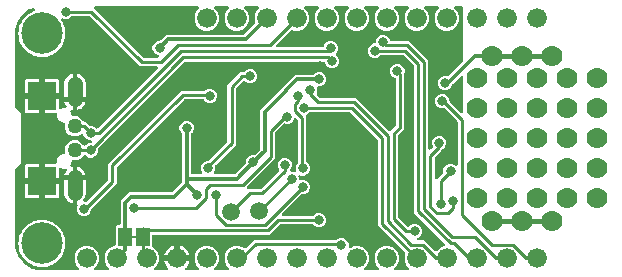
<source format=gbr>
G04 EAGLE Gerber RS-274X export*
G75*
%MOMM*%
%FSLAX34Y34*%
%LPD*%
%INBottom Copper*%
%IPPOS*%
%AMOC8*
5,1,8,0,0,1.08239X$1,22.5*%
G01*
%ADD10C,3.516000*%
%ADD11R,2.413000X2.413000*%
%ADD12C,1.308000*%
%ADD13C,1.676400*%
%ADD14C,1.500000*%
%ADD15R,1.168400X1.600200*%
%ADD16R,0.635000X0.203200*%
%ADD17C,1.270000*%
%ADD18C,0.800100*%
%ADD19C,0.806400*%
%ADD20C,1.778000*%
%ADD21C,0.406400*%
%ADD22C,0.254000*%
%ADD23C,0.304800*%

G36*
X56004Y2558D02*
X56004Y2558D01*
X56143Y2571D01*
X56162Y2578D01*
X56182Y2581D01*
X56311Y2632D01*
X56442Y2679D01*
X56459Y2690D01*
X56478Y2698D01*
X56590Y2779D01*
X56705Y2857D01*
X56719Y2873D01*
X56735Y2884D01*
X56824Y2992D01*
X56916Y3096D01*
X56925Y3114D01*
X56938Y3129D01*
X56997Y3255D01*
X57060Y3379D01*
X57065Y3399D01*
X57073Y3417D01*
X57099Y3553D01*
X57130Y3689D01*
X57129Y3710D01*
X57133Y3729D01*
X57124Y3868D01*
X57120Y4007D01*
X57115Y4027D01*
X57113Y4047D01*
X57071Y4179D01*
X57032Y4313D01*
X57022Y4330D01*
X57015Y4349D01*
X56941Y4467D01*
X56870Y4587D01*
X56852Y4608D01*
X56845Y4618D01*
X56830Y4632D01*
X56764Y4707D01*
X54671Y6801D01*
X53085Y10628D01*
X53085Y14772D01*
X54671Y18599D01*
X57601Y21529D01*
X61428Y23115D01*
X65572Y23115D01*
X69399Y21529D01*
X72329Y18599D01*
X73915Y14772D01*
X73915Y10628D01*
X72329Y6801D01*
X70236Y4707D01*
X70151Y4598D01*
X70062Y4491D01*
X70054Y4472D01*
X70041Y4456D01*
X69986Y4328D01*
X69927Y4203D01*
X69923Y4183D01*
X69915Y4164D01*
X69893Y4026D01*
X69867Y3890D01*
X69868Y3870D01*
X69865Y3850D01*
X69878Y3711D01*
X69887Y3573D01*
X69893Y3554D01*
X69895Y3534D01*
X69942Y3402D01*
X69985Y3271D01*
X69996Y3253D01*
X70002Y3234D01*
X70080Y3119D01*
X70155Y3002D01*
X70170Y2988D01*
X70181Y2971D01*
X70285Y2879D01*
X70386Y2784D01*
X70404Y2774D01*
X70419Y2761D01*
X70544Y2697D01*
X70665Y2630D01*
X70685Y2625D01*
X70703Y2616D01*
X70838Y2586D01*
X70973Y2551D01*
X71001Y2549D01*
X71013Y2546D01*
X71033Y2547D01*
X71134Y2541D01*
X81266Y2541D01*
X81404Y2558D01*
X81543Y2571D01*
X81562Y2578D01*
X81582Y2581D01*
X81711Y2632D01*
X81842Y2679D01*
X81859Y2690D01*
X81878Y2698D01*
X81990Y2779D01*
X82105Y2857D01*
X82119Y2873D01*
X82135Y2884D01*
X82224Y2992D01*
X82316Y3096D01*
X82325Y3114D01*
X82338Y3129D01*
X82397Y3255D01*
X82460Y3379D01*
X82465Y3399D01*
X82473Y3417D01*
X82499Y3553D01*
X82530Y3689D01*
X82529Y3710D01*
X82533Y3729D01*
X82524Y3868D01*
X82520Y4007D01*
X82515Y4027D01*
X82513Y4047D01*
X82471Y4179D01*
X82432Y4313D01*
X82422Y4330D01*
X82415Y4349D01*
X82341Y4467D01*
X82270Y4587D01*
X82252Y4608D01*
X82245Y4618D01*
X82230Y4632D01*
X82164Y4707D01*
X80071Y6801D01*
X78485Y10628D01*
X78485Y14772D01*
X80071Y18599D01*
X83001Y21529D01*
X86865Y23130D01*
X86978Y23137D01*
X87016Y23150D01*
X87057Y23155D01*
X87167Y23198D01*
X87280Y23235D01*
X87315Y23257D01*
X87352Y23272D01*
X87448Y23341D01*
X87549Y23405D01*
X87577Y23435D01*
X87610Y23458D01*
X87686Y23550D01*
X87767Y23637D01*
X87787Y23672D01*
X87812Y23703D01*
X87863Y23811D01*
X87921Y23915D01*
X87931Y23955D01*
X87948Y23991D01*
X87970Y24108D01*
X88000Y24223D01*
X88004Y24283D01*
X88008Y24303D01*
X88006Y24324D01*
X88010Y24384D01*
X88010Y39958D01*
X89201Y41149D01*
X90805Y41149D01*
X90923Y41164D01*
X91042Y41171D01*
X91080Y41184D01*
X91121Y41189D01*
X91231Y41232D01*
X91344Y41269D01*
X91379Y41291D01*
X91416Y41306D01*
X91512Y41375D01*
X91613Y41439D01*
X91641Y41469D01*
X91674Y41492D01*
X91750Y41584D01*
X91831Y41671D01*
X91851Y41706D01*
X91876Y41737D01*
X91927Y41845D01*
X91985Y41949D01*
X91995Y41989D01*
X92012Y42025D01*
X92034Y42142D01*
X92064Y42257D01*
X92068Y42317D01*
X92072Y42337D01*
X92070Y42358D01*
X92074Y42418D01*
X92074Y61268D01*
X99387Y68581D01*
X135056Y68581D01*
X135154Y68593D01*
X135253Y68596D01*
X135311Y68613D01*
X135371Y68621D01*
X135463Y68657D01*
X135559Y68685D01*
X135611Y68715D01*
X135667Y68738D01*
X135747Y68796D01*
X135832Y68846D01*
X135908Y68912D01*
X135924Y68924D01*
X135932Y68934D01*
X135953Y68952D01*
X143773Y76772D01*
X143833Y76850D01*
X143901Y76922D01*
X143930Y76975D01*
X143967Y77023D01*
X144007Y77114D01*
X144055Y77201D01*
X144070Y77259D01*
X144094Y77315D01*
X144109Y77413D01*
X144134Y77508D01*
X144140Y77609D01*
X144144Y77629D01*
X144142Y77641D01*
X144144Y77669D01*
X144144Y117943D01*
X144132Y118041D01*
X144129Y118140D01*
X144112Y118198D01*
X144104Y118258D01*
X144068Y118350D01*
X144040Y118445D01*
X144010Y118498D01*
X143987Y118554D01*
X143929Y118634D01*
X143879Y118719D01*
X143813Y118795D01*
X143801Y118811D01*
X143791Y118819D01*
X143772Y118840D01*
X142840Y119772D01*
X141922Y121990D01*
X141922Y124390D01*
X142840Y126608D01*
X144537Y128305D01*
X146755Y129223D01*
X149155Y129223D01*
X151373Y128305D01*
X153070Y126608D01*
X153988Y124390D01*
X153988Y121990D01*
X153070Y119772D01*
X152138Y118840D01*
X152077Y118762D01*
X152009Y118690D01*
X151980Y118637D01*
X151943Y118589D01*
X151903Y118498D01*
X151855Y118411D01*
X151840Y118353D01*
X151816Y118297D01*
X151801Y118199D01*
X151776Y118103D01*
X151770Y118003D01*
X151766Y117983D01*
X151768Y117971D01*
X151766Y117943D01*
X151766Y85090D01*
X151781Y84972D01*
X151788Y84853D01*
X151801Y84815D01*
X151806Y84774D01*
X151849Y84664D01*
X151886Y84551D01*
X151908Y84516D01*
X151923Y84479D01*
X151992Y84383D01*
X152056Y84282D01*
X152086Y84254D01*
X152109Y84221D01*
X152201Y84145D01*
X152288Y84064D01*
X152323Y84044D01*
X152354Y84019D01*
X152462Y83968D01*
X152566Y83910D01*
X152606Y83900D01*
X152642Y83883D01*
X152759Y83861D01*
X152874Y83831D01*
X152934Y83827D01*
X152954Y83823D01*
X152975Y83825D01*
X153035Y83821D01*
X160044Y83821D01*
X160093Y83827D01*
X160143Y83825D01*
X160250Y83847D01*
X160360Y83861D01*
X160406Y83879D01*
X160454Y83889D01*
X160553Y83937D01*
X160655Y83978D01*
X160695Y84007D01*
X160740Y84029D01*
X160824Y84100D01*
X160913Y84164D01*
X160944Y84203D01*
X160982Y84235D01*
X161045Y84325D01*
X161115Y84409D01*
X161137Y84454D01*
X161165Y84495D01*
X161204Y84598D01*
X161251Y84697D01*
X161260Y84746D01*
X161278Y84792D01*
X161290Y84902D01*
X161311Y85009D01*
X161308Y85059D01*
X161313Y85108D01*
X161298Y85217D01*
X161291Y85327D01*
X161276Y85374D01*
X161269Y85423D01*
X161217Y85576D01*
X160337Y87700D01*
X160337Y90100D01*
X161255Y92318D01*
X162952Y94015D01*
X165363Y95013D01*
X165445Y95037D01*
X165497Y95068D01*
X165554Y95090D01*
X165634Y95148D01*
X165719Y95199D01*
X165795Y95265D01*
X165811Y95277D01*
X165819Y95286D01*
X165840Y95305D01*
X182127Y111591D01*
X182187Y111670D01*
X182255Y111742D01*
X182284Y111795D01*
X182321Y111843D01*
X182361Y111934D01*
X182409Y112020D01*
X182424Y112079D01*
X182448Y112135D01*
X182463Y112233D01*
X182488Y112328D01*
X182494Y112428D01*
X182498Y112449D01*
X182496Y112461D01*
X182498Y112489D01*
X182498Y159588D01*
X193472Y170562D01*
X196429Y170562D01*
X196527Y170574D01*
X196626Y170577D01*
X196684Y170594D01*
X196744Y170602D01*
X196836Y170638D01*
X196931Y170666D01*
X196984Y170696D01*
X197040Y170719D01*
X197120Y170777D01*
X197205Y170827D01*
X197281Y170893D01*
X197297Y170905D01*
X197305Y170915D01*
X197326Y170933D01*
X198512Y172120D01*
X200730Y173038D01*
X203130Y173038D01*
X205348Y172120D01*
X207045Y170423D01*
X207963Y168205D01*
X207963Y165805D01*
X207045Y163587D01*
X205348Y161890D01*
X203130Y160972D01*
X200730Y160972D01*
X198512Y161890D01*
X197584Y162819D01*
X197490Y162892D01*
X197401Y162971D01*
X197365Y162989D01*
X197333Y163014D01*
X197223Y163061D01*
X197117Y163115D01*
X197078Y163124D01*
X197041Y163140D01*
X196923Y163159D01*
X196807Y163185D01*
X196767Y163184D01*
X196727Y163190D01*
X196608Y163179D01*
X196489Y163175D01*
X196450Y163164D01*
X196410Y163160D01*
X196298Y163120D01*
X196184Y163087D01*
X196149Y163066D01*
X196111Y163053D01*
X196012Y162986D01*
X195910Y162925D01*
X195864Y162885D01*
X195848Y162874D01*
X195834Y162859D01*
X195789Y162819D01*
X189983Y157014D01*
X189923Y156935D01*
X189855Y156863D01*
X189834Y156825D01*
X189814Y156801D01*
X189806Y156785D01*
X189789Y156762D01*
X189749Y156671D01*
X189701Y156585D01*
X189689Y156536D01*
X189678Y156513D01*
X189676Y156502D01*
X189662Y156470D01*
X189647Y156372D01*
X189622Y156277D01*
X189616Y156177D01*
X189612Y156156D01*
X189614Y156144D01*
X189612Y156116D01*
X189612Y109017D01*
X187156Y106562D01*
X172503Y91908D01*
X172484Y91884D01*
X172462Y91865D01*
X172387Y91759D01*
X172308Y91656D01*
X172296Y91629D01*
X172279Y91605D01*
X172233Y91484D01*
X172181Y91365D01*
X172177Y91335D01*
X172166Y91308D01*
X172152Y91179D01*
X172131Y91050D01*
X172134Y91021D01*
X172131Y90992D01*
X172149Y90863D01*
X172161Y90734D01*
X172171Y90706D01*
X172175Y90677D01*
X172227Y90524D01*
X172403Y90100D01*
X172403Y87700D01*
X171523Y85576D01*
X171510Y85528D01*
X171489Y85483D01*
X171468Y85375D01*
X171439Y85269D01*
X171439Y85219D01*
X171429Y85170D01*
X171436Y85061D01*
X171434Y84951D01*
X171446Y84903D01*
X171449Y84853D01*
X171483Y84749D01*
X171508Y84642D01*
X171532Y84598D01*
X171547Y84551D01*
X171606Y84458D01*
X171657Y84361D01*
X171691Y84324D01*
X171717Y84282D01*
X171797Y84207D01*
X171871Y84125D01*
X171913Y84098D01*
X171949Y84064D01*
X172045Y84011D01*
X172137Y83951D01*
X172184Y83934D01*
X172227Y83910D01*
X172334Y83883D01*
X172438Y83847D01*
X172487Y83843D01*
X172535Y83831D01*
X172696Y83821D01*
X188396Y83821D01*
X188494Y83833D01*
X188593Y83836D01*
X188651Y83853D01*
X188711Y83861D01*
X188803Y83897D01*
X188899Y83925D01*
X188951Y83955D01*
X189007Y83978D01*
X189087Y84036D01*
X189172Y84086D01*
X189248Y84152D01*
X189264Y84164D01*
X189272Y84174D01*
X189293Y84192D01*
X198065Y92964D01*
X198126Y93042D01*
X198194Y93115D01*
X198223Y93168D01*
X198260Y93215D01*
X198299Y93306D01*
X198347Y93393D01*
X198362Y93452D01*
X198386Y93507D01*
X198402Y93605D01*
X198427Y93701D01*
X198433Y93801D01*
X198436Y93821D01*
X198435Y93834D01*
X198437Y93862D01*
X198437Y95180D01*
X199355Y97398D01*
X201052Y99095D01*
X203270Y100013D01*
X204588Y100013D01*
X204686Y100026D01*
X204786Y100029D01*
X204844Y100045D01*
X204904Y100053D01*
X204996Y100090D01*
X205091Y100117D01*
X205143Y100148D01*
X205200Y100170D01*
X205280Y100228D01*
X205365Y100279D01*
X205440Y100345D01*
X205457Y100357D01*
X205465Y100366D01*
X205486Y100385D01*
X209813Y104712D01*
X209873Y104790D01*
X209941Y104862D01*
X209970Y104915D01*
X210007Y104963D01*
X210047Y105054D01*
X210095Y105141D01*
X210110Y105199D01*
X210134Y105255D01*
X210149Y105353D01*
X210174Y105448D01*
X210180Y105549D01*
X210184Y105569D01*
X210182Y105581D01*
X210184Y105609D01*
X210184Y138630D01*
X227593Y156038D01*
X227653Y156117D01*
X227721Y156189D01*
X227750Y156242D01*
X227787Y156290D01*
X227827Y156381D01*
X227827Y156382D01*
X239722Y168276D01*
X255058Y168276D01*
X255156Y168288D01*
X255255Y168291D01*
X255314Y168308D01*
X255374Y168316D01*
X255466Y168352D01*
X255561Y168380D01*
X255613Y168410D01*
X255669Y168433D01*
X255749Y168491D01*
X255835Y168541D01*
X255910Y168607D01*
X255927Y168619D01*
X255935Y168629D01*
X255956Y168648D01*
X256915Y169606D01*
X259144Y170530D01*
X261556Y170530D01*
X263785Y169606D01*
X265491Y167900D01*
X266415Y165671D01*
X266415Y163259D01*
X265491Y161030D01*
X263785Y159324D01*
X261556Y158400D01*
X259919Y158400D01*
X259870Y158394D01*
X259820Y158396D01*
X259713Y158374D01*
X259604Y158360D01*
X259558Y158342D01*
X259509Y158332D01*
X259410Y158284D01*
X259308Y158243D01*
X259268Y158214D01*
X259223Y158192D01*
X259140Y158121D01*
X259051Y158057D01*
X259019Y158018D01*
X258981Y157986D01*
X258918Y157896D01*
X258848Y157812D01*
X258827Y157767D01*
X258798Y157726D01*
X258759Y157623D01*
X258712Y157524D01*
X258703Y157475D01*
X258685Y157429D01*
X258673Y157319D01*
X258653Y157212D01*
X258656Y157162D01*
X258650Y157113D01*
X258666Y157004D01*
X258672Y156894D01*
X258688Y156847D01*
X258695Y156798D01*
X258747Y156645D01*
X258795Y156529D01*
X258795Y154117D01*
X258054Y152327D01*
X258046Y152299D01*
X258032Y152273D01*
X258004Y152146D01*
X257970Y152021D01*
X257969Y151991D01*
X257963Y151962D01*
X257967Y151833D01*
X257965Y151703D01*
X257971Y151674D01*
X257972Y151644D01*
X258008Y151520D01*
X258039Y151393D01*
X258053Y151367D01*
X258061Y151339D01*
X258127Y151227D01*
X258187Y151112D01*
X258207Y151090D01*
X258222Y151065D01*
X258329Y150944D01*
X260278Y148995D01*
X260356Y148935D01*
X260428Y148867D01*
X260481Y148838D01*
X260529Y148800D01*
X260620Y148761D01*
X260706Y148713D01*
X260765Y148698D01*
X260821Y148674D01*
X260919Y148659D01*
X261014Y148634D01*
X261114Y148628D01*
X261135Y148624D01*
X261147Y148625D01*
X261175Y148624D01*
X291221Y148624D01*
X319032Y120813D01*
X319126Y120740D01*
X319215Y120661D01*
X319251Y120643D01*
X319283Y120618D01*
X319393Y120571D01*
X319499Y120517D01*
X319538Y120508D01*
X319575Y120492D01*
X319693Y120473D01*
X319809Y120447D01*
X319849Y120448D01*
X319889Y120442D01*
X320008Y120453D01*
X320127Y120457D01*
X320166Y120468D01*
X320206Y120472D01*
X320318Y120512D01*
X320432Y120545D01*
X320467Y120565D01*
X320505Y120579D01*
X320604Y120646D01*
X320706Y120706D01*
X320752Y120746D01*
X320768Y120758D01*
X320782Y120773D01*
X320827Y120813D01*
X324842Y124827D01*
X324902Y124906D01*
X324970Y124978D01*
X324999Y125031D01*
X325037Y125079D01*
X325076Y125170D01*
X325124Y125256D01*
X325139Y125315D01*
X325163Y125370D01*
X325178Y125468D01*
X325203Y125564D01*
X325209Y125664D01*
X325213Y125685D01*
X325212Y125697D01*
X325213Y125725D01*
X325213Y164553D01*
X325210Y164583D01*
X325212Y164612D01*
X325190Y164740D01*
X325173Y164869D01*
X325163Y164896D01*
X325158Y164926D01*
X325104Y165044D01*
X325056Y165165D01*
X325039Y165189D01*
X325027Y165216D01*
X324946Y165317D01*
X324870Y165422D01*
X324847Y165441D01*
X324828Y165464D01*
X324725Y165542D01*
X324625Y165625D01*
X324598Y165637D01*
X324574Y165655D01*
X324430Y165726D01*
X323024Y166309D01*
X321318Y168015D01*
X320394Y170244D01*
X320394Y172656D01*
X321318Y174885D01*
X323024Y176591D01*
X325253Y177515D01*
X327665Y177515D01*
X329894Y176591D01*
X331600Y174885D01*
X332524Y172656D01*
X332524Y170244D01*
X332423Y170001D01*
X332421Y169993D01*
X332416Y169984D01*
X332379Y169839D01*
X332339Y169695D01*
X332339Y169685D01*
X332337Y169676D01*
X332327Y169516D01*
X332327Y122192D01*
X330058Y119923D01*
X330017Y119893D01*
X329932Y119843D01*
X329856Y119777D01*
X329840Y119765D01*
X329832Y119755D01*
X329811Y119737D01*
X327271Y117196D01*
X327210Y117118D01*
X327142Y117046D01*
X327113Y116993D01*
X327076Y116945D01*
X327036Y116854D01*
X326989Y116768D01*
X326973Y116709D01*
X326949Y116653D01*
X326934Y116555D01*
X326909Y116460D01*
X326903Y116360D01*
X326900Y116339D01*
X326901Y116327D01*
X326899Y116299D01*
X326899Y48081D01*
X326911Y47982D01*
X326914Y47883D01*
X326931Y47825D01*
X326939Y47765D01*
X326975Y47673D01*
X327003Y47578D01*
X327034Y47526D01*
X327056Y47469D01*
X327114Y47389D01*
X327164Y47304D01*
X327231Y47229D01*
X327243Y47212D01*
X327252Y47204D01*
X327271Y47183D01*
X334686Y39767D01*
X334781Y39694D01*
X334870Y39616D01*
X334906Y39597D01*
X334938Y39572D01*
X335047Y39525D01*
X335153Y39471D01*
X335192Y39462D01*
X335230Y39446D01*
X335347Y39427D01*
X335463Y39401D01*
X335504Y39403D01*
X335544Y39396D01*
X335662Y39407D01*
X335781Y39411D01*
X335820Y39422D01*
X335860Y39426D01*
X335972Y39466D01*
X336087Y39499D01*
X336121Y39520D01*
X336160Y39534D01*
X336258Y39600D01*
X336361Y39661D01*
X336406Y39701D01*
X336423Y39712D01*
X336436Y39727D01*
X336481Y39767D01*
X337655Y40940D01*
X339884Y41864D01*
X342296Y41864D01*
X344525Y40940D01*
X346231Y39234D01*
X347155Y37005D01*
X347155Y34593D01*
X346231Y32364D01*
X344525Y30658D01*
X343862Y30383D01*
X343801Y30348D01*
X343736Y30322D01*
X343663Y30270D01*
X343585Y30225D01*
X343535Y30177D01*
X343479Y30136D01*
X343421Y30066D01*
X343357Y30004D01*
X343320Y29944D01*
X343276Y29891D01*
X343238Y29809D01*
X343191Y29733D01*
X343170Y29666D01*
X343140Y29603D01*
X343124Y29515D01*
X343097Y29429D01*
X343094Y29359D01*
X343081Y29290D01*
X343086Y29201D01*
X343082Y29111D01*
X343096Y29043D01*
X343100Y28973D01*
X343128Y28888D01*
X343146Y28800D01*
X343177Y28737D01*
X343198Y28671D01*
X343246Y28595D01*
X343286Y28514D01*
X343331Y28461D01*
X343369Y28402D01*
X343434Y28340D01*
X343492Y28272D01*
X343549Y28232D01*
X343600Y28184D01*
X343679Y28140D01*
X343752Y28089D01*
X343817Y28064D01*
X343879Y28030D01*
X343966Y28008D01*
X344050Y27976D01*
X344119Y27968D01*
X344187Y27951D01*
X344347Y27941D01*
X349213Y27941D01*
X358115Y19039D01*
X358209Y18966D01*
X358298Y18887D01*
X358334Y18869D01*
X358366Y18844D01*
X358476Y18796D01*
X358582Y18742D01*
X358621Y18733D01*
X358658Y18717D01*
X358776Y18699D01*
X358892Y18673D01*
X358932Y18674D01*
X358972Y18668D01*
X359091Y18679D01*
X359210Y18682D01*
X359249Y18694D01*
X359289Y18697D01*
X359401Y18738D01*
X359515Y18771D01*
X359550Y18791D01*
X359588Y18805D01*
X359687Y18872D01*
X359789Y18932D01*
X359834Y18972D01*
X359851Y18984D01*
X359865Y18999D01*
X359910Y19039D01*
X362401Y21529D01*
X366243Y23121D01*
X366286Y23145D01*
X366332Y23162D01*
X366423Y23224D01*
X366519Y23278D01*
X366554Y23313D01*
X366596Y23341D01*
X366668Y23423D01*
X366747Y23499D01*
X366773Y23542D01*
X366806Y23579D01*
X366856Y23677D01*
X366913Y23771D01*
X366928Y23818D01*
X366951Y23862D01*
X366975Y23970D01*
X367007Y24074D01*
X367009Y24124D01*
X367020Y24173D01*
X367017Y24283D01*
X367022Y24392D01*
X367012Y24441D01*
X367011Y24490D01*
X366980Y24596D01*
X366958Y24704D01*
X366936Y24748D01*
X366922Y24796D01*
X366867Y24890D01*
X366818Y24989D01*
X366786Y25027D01*
X366761Y25070D01*
X366654Y25191D01*
X340613Y51232D01*
X340613Y175166D01*
X340601Y175264D01*
X340598Y175363D01*
X340592Y175385D01*
X340591Y175396D01*
X340580Y175429D01*
X340573Y175482D01*
X340537Y175574D01*
X340509Y175669D01*
X340494Y175695D01*
X340493Y175698D01*
X340481Y175717D01*
X340479Y175721D01*
X340456Y175777D01*
X340398Y175857D01*
X340348Y175943D01*
X340282Y176018D01*
X340270Y176035D01*
X340260Y176042D01*
X340242Y176064D01*
X331639Y184667D01*
X331560Y184727D01*
X331488Y184795D01*
X331435Y184824D01*
X331387Y184861D01*
X331296Y184901D01*
X331210Y184949D01*
X331151Y184964D01*
X331095Y184988D01*
X330997Y185003D01*
X330902Y185028D01*
X330802Y185034D01*
X330781Y185038D01*
X330769Y185036D01*
X330741Y185038D01*
X312886Y185038D01*
X312788Y185026D01*
X312689Y185023D01*
X312630Y185006D01*
X312570Y184998D01*
X312478Y184962D01*
X312383Y184934D01*
X312331Y184904D01*
X312275Y184881D01*
X312195Y184823D01*
X312109Y184773D01*
X312034Y184707D01*
X312017Y184695D01*
X312010Y184685D01*
X311988Y184667D01*
X310775Y183454D01*
X308546Y182530D01*
X306134Y182530D01*
X303905Y183454D01*
X302199Y185160D01*
X301275Y187389D01*
X301275Y189801D01*
X302199Y192030D01*
X303905Y193736D01*
X306134Y194660D01*
X306827Y194660D01*
X306946Y194675D01*
X307064Y194682D01*
X307103Y194695D01*
X307143Y194700D01*
X307254Y194743D01*
X307367Y194780D01*
X307401Y194802D01*
X307439Y194817D01*
X307535Y194886D01*
X307636Y194950D01*
X307663Y194980D01*
X307696Y195003D01*
X307772Y195095D01*
X307854Y195182D01*
X307873Y195217D01*
X307899Y195248D01*
X307950Y195356D01*
X308007Y195460D01*
X308017Y195500D01*
X308034Y195536D01*
X308057Y195653D01*
X308087Y195768D01*
X308090Y195828D01*
X308094Y195848D01*
X308093Y195869D01*
X308097Y195929D01*
X308097Y197258D01*
X309020Y199487D01*
X310726Y201193D01*
X312955Y202116D01*
X315368Y202116D01*
X317597Y201193D01*
X319303Y199487D01*
X320018Y197761D01*
X320032Y197736D01*
X320041Y197708D01*
X320111Y197598D01*
X320175Y197485D01*
X320196Y197464D01*
X320212Y197439D01*
X320306Y197350D01*
X320396Y197257D01*
X320422Y197241D01*
X320443Y197221D01*
X320557Y197158D01*
X320668Y197090D01*
X320696Y197082D01*
X320722Y197067D01*
X320847Y197035D01*
X320972Y196997D01*
X321001Y196995D01*
X321030Y196988D01*
X321190Y196978D01*
X336212Y196978D01*
X352553Y180637D01*
X352553Y106012D01*
X352570Y105874D01*
X352583Y105736D01*
X352590Y105717D01*
X352593Y105696D01*
X352644Y105567D01*
X352691Y105436D01*
X352702Y105419D01*
X352710Y105401D01*
X352791Y105288D01*
X352869Y105173D01*
X352885Y105160D01*
X352896Y105143D01*
X353004Y105055D01*
X353108Y104963D01*
X353126Y104953D01*
X353141Y104941D01*
X353267Y104881D01*
X353391Y104818D01*
X353411Y104814D01*
X353429Y104805D01*
X353566Y104779D01*
X353701Y104748D01*
X353722Y104749D01*
X353741Y104745D01*
X353880Y104754D01*
X354019Y104758D01*
X354039Y104764D01*
X354059Y104765D01*
X354191Y104808D01*
X354325Y104846D01*
X354342Y104857D01*
X354361Y104863D01*
X354479Y104937D01*
X354599Y105008D01*
X354620Y105027D01*
X354630Y105033D01*
X354644Y105048D01*
X354719Y105114D01*
X356165Y106560D01*
X356183Y106584D01*
X356206Y106603D01*
X356280Y106709D01*
X356360Y106812D01*
X356372Y106839D01*
X356389Y106863D01*
X356435Y106984D01*
X356487Y107103D01*
X356491Y107133D01*
X356502Y107160D01*
X356516Y107289D01*
X356536Y107417D01*
X356534Y107447D01*
X356537Y107476D01*
X356519Y107605D01*
X356507Y107734D01*
X356497Y107762D01*
X356492Y107791D01*
X356440Y107943D01*
X355885Y109284D01*
X355885Y111696D01*
X356809Y113925D01*
X358515Y115631D01*
X360744Y116555D01*
X363156Y116555D01*
X365385Y115631D01*
X367091Y113925D01*
X368015Y111696D01*
X368015Y109284D01*
X367091Y107055D01*
X365385Y105349D01*
X364984Y105182D01*
X364976Y105178D01*
X364967Y105175D01*
X364838Y105099D01*
X364708Y105025D01*
X364701Y105018D01*
X364693Y105013D01*
X364572Y104907D01*
X363051Y103387D01*
X358258Y98594D01*
X358198Y98515D01*
X358130Y98443D01*
X358101Y98390D01*
X358064Y98342D01*
X358024Y98251D01*
X357976Y98165D01*
X357961Y98106D01*
X357937Y98050D01*
X357922Y97952D01*
X357897Y97857D01*
X357891Y97757D01*
X357887Y97736D01*
X357889Y97724D01*
X357887Y97696D01*
X357887Y80866D01*
X357904Y80728D01*
X357917Y80590D01*
X357924Y80570D01*
X357927Y80550D01*
X357978Y80421D01*
X358025Y80290D01*
X358036Y80273D01*
X358044Y80255D01*
X358125Y80142D01*
X358203Y80027D01*
X358219Y80014D01*
X358230Y79997D01*
X358338Y79909D01*
X358442Y79817D01*
X358460Y79807D01*
X358475Y79795D01*
X358601Y79735D01*
X358725Y79672D01*
X358745Y79668D01*
X358763Y79659D01*
X358899Y79633D01*
X359035Y79602D01*
X359056Y79603D01*
X359075Y79599D01*
X359214Y79608D01*
X359353Y79612D01*
X359373Y79618D01*
X359393Y79619D01*
X359525Y79662D01*
X359659Y79700D01*
X359676Y79711D01*
X359695Y79717D01*
X359813Y79792D01*
X359933Y79862D01*
X359954Y79881D01*
X359964Y79887D01*
X359978Y79902D01*
X360053Y79968D01*
X362214Y82128D01*
X365039Y84953D01*
X365099Y85032D01*
X365167Y85104D01*
X365196Y85157D01*
X365233Y85205D01*
X365273Y85296D01*
X365321Y85382D01*
X365336Y85441D01*
X365360Y85497D01*
X365375Y85595D01*
X365400Y85690D01*
X365406Y85790D01*
X365410Y85811D01*
X365408Y85823D01*
X365410Y85851D01*
X365410Y87566D01*
X366334Y89795D01*
X368040Y91501D01*
X370269Y92425D01*
X372681Y92425D01*
X374910Y91501D01*
X375276Y91135D01*
X375386Y91050D01*
X375493Y90961D01*
X375512Y90953D01*
X375528Y90940D01*
X375656Y90885D01*
X375781Y90826D01*
X375801Y90822D01*
X375820Y90814D01*
X375958Y90792D01*
X376094Y90766D01*
X376114Y90767D01*
X376134Y90764D01*
X376273Y90777D01*
X376411Y90786D01*
X376430Y90792D01*
X376450Y90794D01*
X376581Y90841D01*
X376713Y90884D01*
X376731Y90895D01*
X376750Y90902D01*
X376864Y90980D01*
X376982Y91054D01*
X376996Y91069D01*
X377013Y91080D01*
X377105Y91184D01*
X377200Y91286D01*
X377210Y91303D01*
X377223Y91319D01*
X377286Y91442D01*
X377354Y91564D01*
X377359Y91584D01*
X377368Y91602D01*
X377398Y91738D01*
X377433Y91872D01*
X377435Y91900D01*
X377438Y91912D01*
X377437Y91933D01*
X377443Y92033D01*
X377443Y128176D01*
X377431Y128274D01*
X377428Y128373D01*
X377411Y128431D01*
X377403Y128492D01*
X377367Y128584D01*
X377339Y128679D01*
X377309Y128731D01*
X377286Y128787D01*
X377228Y128867D01*
X377178Y128953D01*
X377133Y129004D01*
X377132Y129005D01*
X377112Y129028D01*
X377100Y129045D01*
X377090Y129052D01*
X377072Y129074D01*
X366532Y139614D01*
X366453Y139674D01*
X366381Y139742D01*
X366328Y139771D01*
X366280Y139808D01*
X366189Y139848D01*
X366103Y139896D01*
X366044Y139911D01*
X365988Y139935D01*
X365890Y139950D01*
X365795Y139975D01*
X365695Y139981D01*
X365674Y139985D01*
X365662Y139983D01*
X365634Y139985D01*
X363284Y139985D01*
X361055Y140909D01*
X359349Y142615D01*
X358425Y144844D01*
X358425Y147256D01*
X359349Y149485D01*
X361055Y151191D01*
X363284Y152115D01*
X365696Y152115D01*
X367925Y151191D01*
X369631Y149485D01*
X370555Y147256D01*
X370555Y146176D01*
X370567Y146078D01*
X370570Y145979D01*
X370587Y145921D01*
X370595Y145860D01*
X370631Y145768D01*
X370659Y145673D01*
X370689Y145621D01*
X370712Y145565D01*
X370770Y145485D01*
X370820Y145399D01*
X370886Y145324D01*
X370898Y145307D01*
X370908Y145300D01*
X370926Y145278D01*
X380103Y136102D01*
X380212Y136017D01*
X380319Y135929D01*
X380338Y135920D01*
X380354Y135908D01*
X380482Y135852D01*
X380607Y135793D01*
X380627Y135789D01*
X380646Y135781D01*
X380784Y135759D01*
X380920Y135733D01*
X380940Y135735D01*
X380960Y135731D01*
X381099Y135744D01*
X381237Y135753D01*
X381256Y135759D01*
X381276Y135761D01*
X381408Y135808D01*
X381539Y135851D01*
X381557Y135862D01*
X381576Y135869D01*
X381691Y135947D01*
X381808Y136021D01*
X381822Y136036D01*
X381839Y136047D01*
X381931Y136152D01*
X382026Y136253D01*
X382036Y136271D01*
X382049Y136286D01*
X382112Y136409D01*
X382180Y136531D01*
X382185Y136551D01*
X382194Y136569D01*
X382224Y136705D01*
X382259Y136839D01*
X382261Y136867D01*
X382264Y136879D01*
X382263Y136900D01*
X382269Y137000D01*
X382269Y166171D01*
X382252Y166308D01*
X382239Y166447D01*
X382232Y166466D01*
X382229Y166486D01*
X382178Y166615D01*
X382131Y166746D01*
X382120Y166763D01*
X382112Y166782D01*
X382031Y166894D01*
X381953Y167010D01*
X381937Y167023D01*
X381926Y167039D01*
X381818Y167128D01*
X381714Y167220D01*
X381696Y167229D01*
X381681Y167242D01*
X381555Y167301D01*
X381431Y167365D01*
X381411Y167369D01*
X381393Y167378D01*
X381257Y167404D01*
X381121Y167434D01*
X381100Y167434D01*
X381081Y167438D01*
X380942Y167429D01*
X380803Y167425D01*
X380783Y167419D01*
X380763Y167418D01*
X380631Y167375D01*
X380497Y167336D01*
X380480Y167326D01*
X380461Y167320D01*
X380343Y167245D01*
X380223Y167175D01*
X380202Y167156D01*
X380192Y167150D01*
X380178Y167135D01*
X380103Y167068D01*
X373212Y160177D01*
X373206Y160170D01*
X373199Y160164D01*
X373109Y160045D01*
X373017Y159926D01*
X373013Y159918D01*
X373007Y159910D01*
X372937Y159766D01*
X372171Y157919D01*
X370465Y156213D01*
X368236Y155289D01*
X365824Y155289D01*
X363595Y156213D01*
X361889Y157919D01*
X360965Y160148D01*
X360965Y162560D01*
X361889Y164789D01*
X363595Y166495D01*
X365824Y167419D01*
X368236Y167419D01*
X368470Y167322D01*
X368498Y167314D01*
X368525Y167301D01*
X368651Y167272D01*
X368777Y167238D01*
X368806Y167238D01*
X368835Y167231D01*
X368965Y167235D01*
X369095Y167233D01*
X369123Y167240D01*
X369153Y167241D01*
X369277Y167277D01*
X369404Y167307D01*
X369430Y167321D01*
X369458Y167329D01*
X369570Y167395D01*
X369685Y167456D01*
X369707Y167476D01*
X369732Y167491D01*
X369853Y167597D01*
X381898Y179642D01*
X381958Y179720D01*
X382026Y179792D01*
X382055Y179845D01*
X382092Y179893D01*
X382132Y179984D01*
X382180Y180071D01*
X382195Y180129D01*
X382219Y180185D01*
X382234Y180283D01*
X382259Y180378D01*
X382265Y180479D01*
X382269Y180499D01*
X382267Y180511D01*
X382269Y180539D01*
X382269Y224790D01*
X382254Y224908D01*
X382247Y225027D01*
X382234Y225065D01*
X382229Y225106D01*
X382186Y225216D01*
X382149Y225329D01*
X382127Y225364D01*
X382112Y225401D01*
X382043Y225497D01*
X381979Y225598D01*
X381949Y225626D01*
X381926Y225659D01*
X381834Y225735D01*
X381747Y225816D01*
X381712Y225836D01*
X381681Y225861D01*
X381573Y225912D01*
X381469Y225970D01*
X381429Y225980D01*
X381393Y225997D01*
X381276Y226019D01*
X381161Y226049D01*
X381101Y226053D01*
X381081Y226057D01*
X381060Y226055D01*
X381000Y226059D01*
X375934Y226059D01*
X375796Y226042D01*
X375657Y226029D01*
X375638Y226022D01*
X375618Y226019D01*
X375489Y225968D01*
X375358Y225921D01*
X375341Y225910D01*
X375322Y225902D01*
X375210Y225821D01*
X375095Y225743D01*
X375081Y225727D01*
X375065Y225716D01*
X374976Y225608D01*
X374884Y225504D01*
X374875Y225486D01*
X374862Y225471D01*
X374803Y225345D01*
X374740Y225221D01*
X374735Y225201D01*
X374727Y225183D01*
X374701Y225047D01*
X374670Y224911D01*
X374671Y224890D01*
X374667Y224871D01*
X374676Y224732D01*
X374680Y224593D01*
X374685Y224573D01*
X374687Y224553D01*
X374729Y224421D01*
X374768Y224287D01*
X374778Y224270D01*
X374785Y224251D01*
X374859Y224133D01*
X374930Y224013D01*
X374948Y223992D01*
X374955Y223982D01*
X374970Y223968D01*
X375036Y223893D01*
X377129Y221799D01*
X378715Y217972D01*
X378715Y213828D01*
X377129Y210001D01*
X374199Y207071D01*
X370372Y205485D01*
X366228Y205485D01*
X362401Y207071D01*
X359471Y210001D01*
X357885Y213828D01*
X357885Y217972D01*
X359471Y221799D01*
X361564Y223893D01*
X361649Y224002D01*
X361738Y224109D01*
X361746Y224128D01*
X361759Y224144D01*
X361814Y224272D01*
X361873Y224397D01*
X361877Y224417D01*
X361885Y224436D01*
X361907Y224574D01*
X361933Y224710D01*
X361932Y224730D01*
X361935Y224750D01*
X361922Y224889D01*
X361913Y225027D01*
X361907Y225046D01*
X361905Y225066D01*
X361858Y225198D01*
X361815Y225329D01*
X361804Y225347D01*
X361798Y225366D01*
X361720Y225481D01*
X361645Y225598D01*
X361630Y225612D01*
X361619Y225629D01*
X361515Y225721D01*
X361414Y225816D01*
X361396Y225826D01*
X361381Y225839D01*
X361256Y225903D01*
X361135Y225970D01*
X361115Y225975D01*
X361097Y225984D01*
X360962Y226014D01*
X360827Y226049D01*
X360799Y226051D01*
X360787Y226054D01*
X360767Y226053D01*
X360666Y226059D01*
X350534Y226059D01*
X350396Y226042D01*
X350257Y226029D01*
X350238Y226022D01*
X350218Y226019D01*
X350089Y225968D01*
X349958Y225921D01*
X349941Y225910D01*
X349922Y225902D01*
X349810Y225821D01*
X349695Y225743D01*
X349681Y225727D01*
X349665Y225716D01*
X349576Y225608D01*
X349484Y225504D01*
X349475Y225486D01*
X349462Y225471D01*
X349403Y225345D01*
X349340Y225221D01*
X349335Y225201D01*
X349327Y225183D01*
X349301Y225047D01*
X349270Y224911D01*
X349271Y224890D01*
X349267Y224871D01*
X349276Y224732D01*
X349280Y224593D01*
X349285Y224573D01*
X349287Y224553D01*
X349329Y224421D01*
X349368Y224287D01*
X349378Y224270D01*
X349385Y224251D01*
X349459Y224133D01*
X349530Y224013D01*
X349548Y223992D01*
X349555Y223982D01*
X349570Y223968D01*
X349636Y223893D01*
X351729Y221799D01*
X353315Y217972D01*
X353315Y213828D01*
X351729Y210001D01*
X348799Y207071D01*
X344972Y205485D01*
X340828Y205485D01*
X337001Y207071D01*
X334071Y210001D01*
X332485Y213828D01*
X332485Y217972D01*
X334071Y221799D01*
X336164Y223893D01*
X336249Y224002D01*
X336338Y224109D01*
X336346Y224128D01*
X336359Y224144D01*
X336414Y224272D01*
X336473Y224397D01*
X336477Y224417D01*
X336485Y224436D01*
X336507Y224574D01*
X336533Y224710D01*
X336532Y224730D01*
X336535Y224750D01*
X336522Y224889D01*
X336513Y225027D01*
X336507Y225046D01*
X336505Y225066D01*
X336458Y225198D01*
X336415Y225329D01*
X336404Y225347D01*
X336398Y225366D01*
X336320Y225481D01*
X336245Y225598D01*
X336230Y225612D01*
X336219Y225629D01*
X336115Y225721D01*
X336014Y225816D01*
X335996Y225826D01*
X335981Y225839D01*
X335856Y225903D01*
X335735Y225970D01*
X335715Y225975D01*
X335697Y225984D01*
X335562Y226014D01*
X335427Y226049D01*
X335399Y226051D01*
X335387Y226054D01*
X335367Y226053D01*
X335266Y226059D01*
X325134Y226059D01*
X324996Y226042D01*
X324857Y226029D01*
X324838Y226022D01*
X324818Y226019D01*
X324689Y225968D01*
X324558Y225921D01*
X324541Y225910D01*
X324522Y225902D01*
X324410Y225821D01*
X324295Y225743D01*
X324281Y225727D01*
X324265Y225716D01*
X324176Y225608D01*
X324084Y225504D01*
X324075Y225486D01*
X324062Y225471D01*
X324003Y225345D01*
X323940Y225221D01*
X323935Y225201D01*
X323927Y225183D01*
X323901Y225047D01*
X323870Y224911D01*
X323871Y224890D01*
X323867Y224871D01*
X323876Y224732D01*
X323880Y224593D01*
X323885Y224573D01*
X323887Y224553D01*
X323929Y224421D01*
X323968Y224287D01*
X323978Y224270D01*
X323985Y224251D01*
X324059Y224133D01*
X324130Y224013D01*
X324148Y223992D01*
X324155Y223982D01*
X324170Y223968D01*
X324236Y223893D01*
X326329Y221799D01*
X327915Y217972D01*
X327915Y213828D01*
X326329Y210001D01*
X323399Y207071D01*
X319572Y205485D01*
X315428Y205485D01*
X311601Y207071D01*
X308671Y210001D01*
X307085Y213828D01*
X307085Y217972D01*
X308671Y221799D01*
X310764Y223893D01*
X310849Y224002D01*
X310938Y224109D01*
X310946Y224128D01*
X310959Y224144D01*
X311014Y224272D01*
X311073Y224397D01*
X311077Y224417D01*
X311085Y224436D01*
X311107Y224574D01*
X311133Y224710D01*
X311132Y224730D01*
X311135Y224750D01*
X311122Y224889D01*
X311113Y225027D01*
X311107Y225046D01*
X311105Y225066D01*
X311058Y225198D01*
X311015Y225329D01*
X311004Y225347D01*
X310998Y225366D01*
X310920Y225481D01*
X310845Y225598D01*
X310830Y225612D01*
X310819Y225629D01*
X310715Y225721D01*
X310614Y225816D01*
X310596Y225826D01*
X310581Y225839D01*
X310456Y225903D01*
X310335Y225970D01*
X310315Y225975D01*
X310297Y225984D01*
X310162Y226014D01*
X310027Y226049D01*
X309999Y226051D01*
X309987Y226054D01*
X309967Y226053D01*
X309866Y226059D01*
X299734Y226059D01*
X299596Y226042D01*
X299457Y226029D01*
X299438Y226022D01*
X299418Y226019D01*
X299289Y225968D01*
X299158Y225921D01*
X299141Y225910D01*
X299122Y225902D01*
X299010Y225821D01*
X298895Y225743D01*
X298881Y225727D01*
X298865Y225716D01*
X298776Y225608D01*
X298684Y225504D01*
X298675Y225486D01*
X298662Y225471D01*
X298603Y225345D01*
X298540Y225221D01*
X298535Y225201D01*
X298527Y225183D01*
X298501Y225047D01*
X298470Y224911D01*
X298471Y224890D01*
X298467Y224871D01*
X298476Y224732D01*
X298480Y224593D01*
X298485Y224573D01*
X298487Y224553D01*
X298529Y224421D01*
X298568Y224287D01*
X298578Y224270D01*
X298585Y224251D01*
X298659Y224133D01*
X298730Y224013D01*
X298748Y223992D01*
X298755Y223982D01*
X298770Y223968D01*
X298836Y223893D01*
X300929Y221799D01*
X302515Y217972D01*
X302515Y213828D01*
X300929Y210001D01*
X297999Y207071D01*
X294172Y205485D01*
X290028Y205485D01*
X286201Y207071D01*
X283271Y210001D01*
X281685Y213828D01*
X281685Y217972D01*
X283271Y221799D01*
X285364Y223893D01*
X285449Y224002D01*
X285538Y224109D01*
X285546Y224128D01*
X285559Y224144D01*
X285614Y224272D01*
X285673Y224397D01*
X285677Y224417D01*
X285685Y224436D01*
X285707Y224574D01*
X285733Y224710D01*
X285732Y224730D01*
X285735Y224750D01*
X285722Y224889D01*
X285713Y225027D01*
X285707Y225046D01*
X285705Y225066D01*
X285658Y225198D01*
X285615Y225329D01*
X285604Y225347D01*
X285598Y225366D01*
X285520Y225481D01*
X285445Y225598D01*
X285430Y225612D01*
X285419Y225629D01*
X285315Y225721D01*
X285214Y225816D01*
X285196Y225826D01*
X285181Y225839D01*
X285056Y225903D01*
X284935Y225970D01*
X284915Y225975D01*
X284897Y225984D01*
X284762Y226014D01*
X284627Y226049D01*
X284599Y226051D01*
X284587Y226054D01*
X284567Y226053D01*
X284466Y226059D01*
X274334Y226059D01*
X274196Y226042D01*
X274057Y226029D01*
X274038Y226022D01*
X274018Y226019D01*
X273889Y225968D01*
X273758Y225921D01*
X273741Y225910D01*
X273722Y225902D01*
X273610Y225821D01*
X273495Y225743D01*
X273481Y225727D01*
X273465Y225716D01*
X273376Y225608D01*
X273284Y225504D01*
X273275Y225486D01*
X273262Y225471D01*
X273203Y225345D01*
X273140Y225221D01*
X273135Y225201D01*
X273127Y225183D01*
X273101Y225047D01*
X273070Y224911D01*
X273071Y224890D01*
X273067Y224871D01*
X273076Y224732D01*
X273080Y224593D01*
X273085Y224573D01*
X273087Y224553D01*
X273129Y224421D01*
X273168Y224287D01*
X273178Y224270D01*
X273185Y224251D01*
X273259Y224133D01*
X273330Y224013D01*
X273348Y223992D01*
X273355Y223982D01*
X273370Y223968D01*
X273436Y223893D01*
X275529Y221799D01*
X277115Y217972D01*
X277115Y213828D01*
X275529Y210001D01*
X272599Y207071D01*
X268772Y205485D01*
X264628Y205485D01*
X260801Y207071D01*
X257871Y210001D01*
X256285Y213828D01*
X256285Y217972D01*
X257871Y221799D01*
X259964Y223893D01*
X260049Y224002D01*
X260138Y224109D01*
X260146Y224128D01*
X260159Y224144D01*
X260214Y224272D01*
X260273Y224397D01*
X260277Y224417D01*
X260285Y224436D01*
X260307Y224574D01*
X260333Y224710D01*
X260332Y224730D01*
X260335Y224750D01*
X260322Y224889D01*
X260313Y225027D01*
X260307Y225046D01*
X260305Y225066D01*
X260258Y225198D01*
X260215Y225329D01*
X260204Y225347D01*
X260198Y225366D01*
X260120Y225481D01*
X260045Y225598D01*
X260030Y225612D01*
X260019Y225629D01*
X259915Y225721D01*
X259814Y225816D01*
X259796Y225826D01*
X259781Y225839D01*
X259656Y225903D01*
X259535Y225970D01*
X259515Y225975D01*
X259497Y225984D01*
X259362Y226014D01*
X259227Y226049D01*
X259199Y226051D01*
X259187Y226054D01*
X259167Y226053D01*
X259066Y226059D01*
X248934Y226059D01*
X248796Y226042D01*
X248657Y226029D01*
X248638Y226022D01*
X248618Y226019D01*
X248489Y225968D01*
X248358Y225921D01*
X248341Y225910D01*
X248322Y225902D01*
X248210Y225821D01*
X248095Y225743D01*
X248081Y225727D01*
X248065Y225716D01*
X247976Y225608D01*
X247884Y225504D01*
X247875Y225486D01*
X247862Y225471D01*
X247803Y225345D01*
X247740Y225221D01*
X247735Y225201D01*
X247727Y225183D01*
X247701Y225047D01*
X247670Y224911D01*
X247671Y224890D01*
X247667Y224871D01*
X247676Y224732D01*
X247680Y224593D01*
X247685Y224573D01*
X247687Y224553D01*
X247729Y224421D01*
X247768Y224287D01*
X247778Y224270D01*
X247785Y224251D01*
X247859Y224133D01*
X247930Y224013D01*
X247948Y223992D01*
X247955Y223982D01*
X247970Y223968D01*
X248036Y223893D01*
X250129Y221799D01*
X251715Y217972D01*
X251715Y213828D01*
X250129Y210001D01*
X247199Y207071D01*
X243372Y205485D01*
X239228Y205485D01*
X237669Y206131D01*
X237641Y206139D01*
X237614Y206152D01*
X237488Y206181D01*
X237362Y206215D01*
X237333Y206216D01*
X237304Y206222D01*
X237174Y206218D01*
X237044Y206220D01*
X237016Y206213D01*
X236986Y206212D01*
X236862Y206176D01*
X236735Y206146D01*
X236709Y206132D01*
X236681Y206124D01*
X236569Y206058D01*
X236454Y205997D01*
X236432Y205977D01*
X236407Y205962D01*
X236286Y205856D01*
X224113Y193683D01*
X224028Y193574D01*
X223940Y193467D01*
X223931Y193448D01*
X223918Y193432D01*
X223863Y193304D01*
X223804Y193179D01*
X223800Y193159D01*
X223792Y193140D01*
X223770Y193002D01*
X223744Y192866D01*
X223745Y192846D01*
X223742Y192826D01*
X223755Y192687D01*
X223764Y192549D01*
X223770Y192530D01*
X223772Y192510D01*
X223819Y192378D01*
X223862Y192247D01*
X223873Y192229D01*
X223880Y192210D01*
X223958Y192095D01*
X224032Y191978D01*
X224047Y191964D01*
X224058Y191947D01*
X224162Y191855D01*
X224264Y191760D01*
X224282Y191750D01*
X224297Y191737D01*
X224421Y191673D01*
X224542Y191606D01*
X224562Y191601D01*
X224580Y191592D01*
X224716Y191562D01*
X224850Y191527D01*
X224878Y191525D01*
X224890Y191522D01*
X224911Y191523D01*
X225011Y191517D01*
X262884Y191517D01*
X262913Y191520D01*
X262942Y191518D01*
X263071Y191540D01*
X263199Y191557D01*
X263227Y191567D01*
X263256Y191572D01*
X263374Y191626D01*
X263495Y191674D01*
X263519Y191691D01*
X263546Y191703D01*
X263647Y191784D01*
X263752Y191860D01*
X263771Y191883D01*
X263794Y191902D01*
X263872Y192005D01*
X263955Y192105D01*
X263968Y192132D01*
X263985Y192156D01*
X264056Y192300D01*
X264734Y193935D01*
X266440Y195641D01*
X268669Y196565D01*
X271081Y196565D01*
X273310Y195641D01*
X275016Y193935D01*
X275940Y191706D01*
X275940Y189294D01*
X275016Y187065D01*
X274481Y186529D01*
X274408Y186435D01*
X274329Y186346D01*
X274311Y186310D01*
X274286Y186278D01*
X274239Y186168D01*
X274185Y186062D01*
X274176Y186023D01*
X274160Y185986D01*
X274141Y185868D01*
X274115Y185752D01*
X274116Y185712D01*
X274110Y185672D01*
X274121Y185553D01*
X274125Y185434D01*
X274136Y185395D01*
X274140Y185355D01*
X274180Y185243D01*
X274213Y185129D01*
X274233Y185094D01*
X274247Y185056D01*
X274314Y184957D01*
X274375Y184855D01*
X274414Y184810D01*
X274426Y184793D01*
X274441Y184779D01*
X274481Y184734D01*
X276181Y183034D01*
X277104Y180805D01*
X277104Y178393D01*
X276181Y176164D01*
X274474Y174458D01*
X272245Y173534D01*
X269833Y173534D01*
X267604Y174458D01*
X265898Y176164D01*
X264913Y178540D01*
X264899Y178565D01*
X264890Y178593D01*
X264820Y178703D01*
X264756Y178816D01*
X264735Y178837D01*
X264720Y178862D01*
X264625Y178951D01*
X264535Y179044D01*
X264509Y179060D01*
X264488Y179080D01*
X264374Y179143D01*
X264263Y179211D01*
X264235Y179219D01*
X264209Y179234D01*
X264084Y179266D01*
X263960Y179304D01*
X263930Y179306D01*
X263901Y179313D01*
X263741Y179323D01*
X146779Y179323D01*
X146681Y179311D01*
X146582Y179308D01*
X146524Y179291D01*
X146463Y179283D01*
X146371Y179247D01*
X146276Y179219D01*
X146224Y179189D01*
X146168Y179166D01*
X146088Y179108D01*
X146002Y179058D01*
X145927Y178992D01*
X145910Y178980D01*
X145903Y178970D01*
X145881Y178952D01*
X73080Y106150D01*
X73019Y106072D01*
X72951Y106000D01*
X72922Y105947D01*
X72885Y105899D01*
X72846Y105808D01*
X72798Y105721D01*
X72783Y105663D01*
X72759Y105607D01*
X72743Y105509D01*
X72718Y105413D01*
X72712Y105313D01*
X72709Y105293D01*
X72710Y105281D01*
X72708Y105253D01*
X72708Y102940D01*
X71790Y100722D01*
X70093Y99025D01*
X67875Y98107D01*
X65475Y98107D01*
X63257Y99025D01*
X62506Y99777D01*
X62467Y99807D01*
X62433Y99844D01*
X62341Y99905D01*
X62254Y99972D01*
X62209Y99992D01*
X62167Y100019D01*
X62063Y100055D01*
X61963Y100098D01*
X61913Y100106D01*
X61866Y100122D01*
X61757Y100131D01*
X61649Y100148D01*
X61599Y100143D01*
X61549Y100147D01*
X61441Y100129D01*
X61332Y100118D01*
X61285Y100101D01*
X61236Y100093D01*
X61136Y100048D01*
X61033Y100011D01*
X60991Y99983D01*
X60946Y99962D01*
X60860Y99894D01*
X60769Y99832D01*
X60737Y99795D01*
X60698Y99764D01*
X60632Y99676D01*
X60559Y99594D01*
X60536Y99549D01*
X60506Y99510D01*
X60450Y99395D01*
X58088Y97033D01*
X55007Y95757D01*
X51760Y95757D01*
X51642Y95742D01*
X51523Y95735D01*
X51485Y95722D01*
X51444Y95717D01*
X51334Y95674D01*
X51221Y95637D01*
X51186Y95615D01*
X51149Y95600D01*
X51053Y95531D01*
X50952Y95467D01*
X50924Y95437D01*
X50891Y95414D01*
X50815Y95322D01*
X50734Y95235D01*
X50714Y95200D01*
X50689Y95169D01*
X50638Y95061D01*
X50580Y94957D01*
X50570Y94917D01*
X50553Y94881D01*
X50531Y94764D01*
X50501Y94649D01*
X50497Y94589D01*
X50493Y94569D01*
X50495Y94548D01*
X50491Y94488D01*
X50491Y93598D01*
X49768Y91853D01*
X49756Y91811D01*
X49742Y91781D01*
X49735Y91743D01*
X49711Y91683D01*
X49702Y91614D01*
X49684Y91546D01*
X49683Y91470D01*
X49682Y91469D01*
X49682Y91467D01*
X49682Y91457D01*
X49671Y91368D01*
X49680Y91298D01*
X49679Y91228D01*
X49700Y91141D01*
X49711Y91052D01*
X49737Y90987D01*
X49753Y90919D01*
X49795Y90840D01*
X49828Y90756D01*
X49869Y90700D01*
X49902Y90638D01*
X49962Y90571D01*
X50014Y90499D01*
X50068Y90454D01*
X50115Y90402D01*
X50190Y90353D01*
X50259Y90296D01*
X50323Y90266D01*
X50381Y90228D01*
X50466Y90199D01*
X50547Y90160D01*
X50616Y90147D01*
X50682Y90124D01*
X50771Y90117D01*
X50859Y90101D01*
X50929Y90105D01*
X50999Y90099D01*
X51087Y90115D01*
X51177Y90120D01*
X51298Y90151D01*
X51312Y90154D01*
X51318Y90156D01*
X51451Y90177D01*
X51451Y83299D01*
X44573Y83299D01*
X44593Y83426D01*
X45035Y84786D01*
X45683Y86059D01*
X46181Y86744D01*
X46200Y86779D01*
X46225Y86809D01*
X46276Y86918D01*
X46334Y87023D01*
X46344Y87061D01*
X46361Y87097D01*
X46383Y87214D01*
X46413Y87331D01*
X46413Y87371D01*
X46421Y87410D01*
X46413Y87529D01*
X46413Y87649D01*
X46403Y87687D01*
X46401Y87727D01*
X46364Y87841D01*
X46334Y87957D01*
X46315Y87992D01*
X46303Y88029D01*
X46239Y88131D01*
X46181Y88235D01*
X46154Y88264D01*
X46133Y88298D01*
X46045Y88380D01*
X45964Y88467D01*
X45930Y88489D01*
X45901Y88516D01*
X45796Y88574D01*
X45695Y88638D01*
X45657Y88650D01*
X45623Y88670D01*
X45507Y88699D01*
X45393Y88737D01*
X45353Y88739D01*
X45315Y88749D01*
X45154Y88759D01*
X43248Y88759D01*
X41811Y89355D01*
X41763Y89368D01*
X41718Y89389D01*
X41610Y89410D01*
X41504Y89439D01*
X41454Y89440D01*
X41405Y89449D01*
X41296Y89442D01*
X41186Y89444D01*
X41138Y89432D01*
X41088Y89429D01*
X40984Y89395D01*
X40877Y89370D01*
X40833Y89346D01*
X40786Y89331D01*
X40693Y89272D01*
X40596Y89221D01*
X40559Y89188D01*
X40517Y89161D01*
X40442Y89081D01*
X40360Y89007D01*
X40333Y88966D01*
X40299Y88929D01*
X40246Y88833D01*
X40186Y88741D01*
X40169Y88694D01*
X40145Y88651D01*
X40118Y88545D01*
X40082Y88440D01*
X40078Y88391D01*
X40066Y88343D01*
X40056Y88182D01*
X40056Y80549D01*
X35912Y80549D01*
X35872Y80544D01*
X35832Y80547D01*
X35715Y80524D01*
X35597Y80509D01*
X35559Y80495D01*
X35519Y80487D01*
X35412Y80436D01*
X35301Y80392D01*
X35268Y80369D01*
X35232Y80351D01*
X35140Y80276D01*
X35044Y80206D01*
X35018Y80174D01*
X34987Y80149D01*
X34917Y80052D01*
X34841Y79961D01*
X34824Y79924D01*
X34800Y79891D01*
X34756Y79780D01*
X34705Y79673D01*
X34698Y79633D01*
X34683Y79596D01*
X34653Y79437D01*
X34530Y78457D01*
X34530Y78380D01*
X34520Y78303D01*
X34530Y78143D01*
X34531Y78140D01*
X34531Y78139D01*
X34653Y77163D01*
X34663Y77123D01*
X34665Y77083D01*
X34702Y76970D01*
X34731Y76854D01*
X34751Y76819D01*
X34763Y76781D01*
X34827Y76680D01*
X34884Y76575D01*
X34912Y76546D01*
X34933Y76512D01*
X35020Y76430D01*
X35101Y76343D01*
X35136Y76322D01*
X35165Y76294D01*
X35269Y76236D01*
X35370Y76172D01*
X35408Y76160D01*
X35444Y76140D01*
X35559Y76111D01*
X35672Y76074D01*
X35712Y76071D01*
X35751Y76061D01*
X35912Y76051D01*
X40056Y76051D01*
X40056Y65901D01*
X39883Y65254D01*
X39548Y64675D01*
X39075Y64202D01*
X38496Y63867D01*
X37849Y63694D01*
X27699Y63694D01*
X27699Y69990D01*
X27684Y70108D01*
X27677Y70227D01*
X27664Y70265D01*
X27659Y70306D01*
X27616Y70416D01*
X27579Y70529D01*
X27557Y70564D01*
X27542Y70601D01*
X27473Y70697D01*
X27409Y70798D01*
X27379Y70826D01*
X27356Y70859D01*
X27264Y70935D01*
X27177Y71016D01*
X27142Y71036D01*
X27111Y71061D01*
X27003Y71112D01*
X26899Y71170D01*
X26859Y71180D01*
X26823Y71197D01*
X26706Y71219D01*
X26591Y71249D01*
X26531Y71253D01*
X26511Y71257D01*
X26490Y71255D01*
X26430Y71259D01*
X24470Y71259D01*
X24352Y71244D01*
X24233Y71237D01*
X24195Y71224D01*
X24154Y71219D01*
X24044Y71176D01*
X23931Y71139D01*
X23896Y71117D01*
X23859Y71102D01*
X23762Y71033D01*
X23662Y70969D01*
X23634Y70939D01*
X23601Y70916D01*
X23525Y70824D01*
X23444Y70737D01*
X23424Y70702D01*
X23399Y70671D01*
X23348Y70563D01*
X23290Y70459D01*
X23280Y70419D01*
X23263Y70383D01*
X23241Y70266D01*
X23211Y70151D01*
X23207Y70091D01*
X23203Y70071D01*
X23205Y70050D01*
X23201Y69990D01*
X23201Y63694D01*
X13051Y63694D01*
X12404Y63867D01*
X11825Y64202D01*
X11352Y64675D01*
X11017Y65254D01*
X10844Y65901D01*
X10844Y76051D01*
X14988Y76051D01*
X15028Y76056D01*
X15068Y76053D01*
X15185Y76076D01*
X15303Y76091D01*
X15341Y76105D01*
X15381Y76113D01*
X15488Y76164D01*
X15599Y76208D01*
X15632Y76231D01*
X15668Y76249D01*
X15760Y76324D01*
X15856Y76394D01*
X15882Y76426D01*
X15913Y76451D01*
X15983Y76548D01*
X16059Y76639D01*
X16076Y76676D01*
X16100Y76709D01*
X16144Y76820D01*
X16195Y76927D01*
X16202Y76967D01*
X16217Y77004D01*
X16247Y77163D01*
X16370Y78143D01*
X16370Y78220D01*
X16380Y78297D01*
X16370Y78457D01*
X16369Y78460D01*
X16369Y78461D01*
X16247Y79437D01*
X16237Y79477D01*
X16235Y79517D01*
X16198Y79630D01*
X16169Y79746D01*
X16149Y79781D01*
X16137Y79819D01*
X16073Y79920D01*
X16016Y80024D01*
X15988Y80054D01*
X15967Y80088D01*
X15880Y80170D01*
X15799Y80257D01*
X15764Y80278D01*
X15735Y80306D01*
X15631Y80364D01*
X15530Y80428D01*
X15492Y80440D01*
X15456Y80460D01*
X15341Y80489D01*
X15228Y80526D01*
X15188Y80529D01*
X15149Y80539D01*
X14988Y80549D01*
X10844Y80549D01*
X10844Y90699D01*
X11017Y91346D01*
X11352Y91925D01*
X11825Y92398D01*
X12404Y92733D01*
X13051Y92906D01*
X23201Y92906D01*
X23201Y86610D01*
X23216Y86492D01*
X23223Y86373D01*
X23235Y86335D01*
X23241Y86294D01*
X23284Y86184D01*
X23321Y86071D01*
X23343Y86036D01*
X23358Y85999D01*
X23427Y85903D01*
X23491Y85802D01*
X23521Y85774D01*
X23544Y85741D01*
X23636Y85665D01*
X23723Y85584D01*
X23758Y85564D01*
X23789Y85539D01*
X23897Y85488D01*
X24001Y85430D01*
X24041Y85420D01*
X24077Y85403D01*
X24194Y85381D01*
X24309Y85351D01*
X24369Y85347D01*
X24389Y85343D01*
X24410Y85345D01*
X24470Y85341D01*
X26430Y85341D01*
X26548Y85356D01*
X26667Y85363D01*
X26705Y85376D01*
X26746Y85381D01*
X26856Y85424D01*
X26969Y85461D01*
X27004Y85483D01*
X27041Y85498D01*
X27137Y85567D01*
X27238Y85631D01*
X27266Y85661D01*
X27299Y85684D01*
X27375Y85776D01*
X27456Y85863D01*
X27476Y85898D01*
X27501Y85929D01*
X27552Y86037D01*
X27610Y86141D01*
X27620Y86181D01*
X27637Y86217D01*
X27659Y86334D01*
X27689Y86449D01*
X27693Y86509D01*
X27697Y86529D01*
X27695Y86550D01*
X27699Y86610D01*
X27699Y92906D01*
X37140Y92906D01*
X37258Y92921D01*
X37377Y92928D01*
X37415Y92941D01*
X37456Y92946D01*
X37566Y92989D01*
X37679Y93026D01*
X37714Y93048D01*
X37751Y93063D01*
X37847Y93132D01*
X37948Y93196D01*
X37976Y93226D01*
X38009Y93249D01*
X38085Y93341D01*
X38166Y93428D01*
X38186Y93463D01*
X38211Y93494D01*
X38262Y93602D01*
X38320Y93706D01*
X38330Y93745D01*
X38347Y93782D01*
X38369Y93899D01*
X38399Y94014D01*
X38403Y94074D01*
X38407Y94094D01*
X38405Y94115D01*
X38409Y94175D01*
X38409Y96002D01*
X39329Y98222D01*
X41028Y99921D01*
X43248Y100841D01*
X43734Y100841D01*
X43783Y100847D01*
X43833Y100845D01*
X43940Y100867D01*
X44049Y100881D01*
X44095Y100899D01*
X44144Y100909D01*
X44243Y100957D01*
X44345Y100998D01*
X44385Y101027D01*
X44430Y101049D01*
X44513Y101120D01*
X44602Y101184D01*
X44634Y101223D01*
X44672Y101255D01*
X44735Y101345D01*
X44805Y101429D01*
X44826Y101475D01*
X44855Y101515D01*
X44894Y101618D01*
X44941Y101717D01*
X44950Y101766D01*
X44968Y101813D01*
X44980Y101922D01*
X45000Y102029D01*
X44997Y102079D01*
X45003Y102129D01*
X44987Y102238D01*
X44981Y102347D01*
X44965Y102394D01*
X44958Y102444D01*
X44957Y102447D01*
X44957Y105807D01*
X46233Y108888D01*
X48592Y111247D01*
X51673Y112523D01*
X55007Y112523D01*
X58088Y111247D01*
X60456Y108879D01*
X60460Y108872D01*
X60477Y108825D01*
X60539Y108734D01*
X60593Y108639D01*
X60628Y108603D01*
X60656Y108562D01*
X60738Y108489D01*
X60814Y108410D01*
X60857Y108384D01*
X60894Y108351D01*
X60992Y108301D01*
X61085Y108244D01*
X61133Y108229D01*
X61177Y108207D01*
X61284Y108183D01*
X61389Y108150D01*
X61439Y108148D01*
X61488Y108137D01*
X61597Y108140D01*
X61707Y108135D01*
X61756Y108145D01*
X61805Y108147D01*
X61911Y108177D01*
X62018Y108199D01*
X62063Y108221D01*
X62111Y108235D01*
X62206Y108291D01*
X62304Y108339D01*
X62342Y108371D01*
X62385Y108397D01*
X62506Y108503D01*
X63257Y109255D01*
X65475Y110173D01*
X66518Y110173D01*
X66571Y110180D01*
X66626Y110178D01*
X66729Y110200D01*
X66833Y110213D01*
X66884Y110233D01*
X66937Y110245D01*
X67085Y110307D01*
X67106Y110321D01*
X67129Y110330D01*
X67238Y110409D01*
X67350Y110484D01*
X67366Y110502D01*
X67386Y110517D01*
X67472Y110621D01*
X67562Y110721D01*
X67573Y110743D01*
X67589Y110762D01*
X67646Y110883D01*
X67708Y111003D01*
X67714Y111027D01*
X67724Y111050D01*
X67750Y111181D01*
X67780Y111313D01*
X67780Y111338D01*
X67784Y111362D01*
X67776Y111496D01*
X67773Y111631D01*
X67766Y111655D01*
X67765Y111679D01*
X67723Y111807D01*
X67687Y111937D01*
X67674Y111958D01*
X67666Y111982D01*
X67594Y112096D01*
X67527Y112212D01*
X67510Y112230D01*
X67496Y112251D01*
X67398Y112343D01*
X67304Y112439D01*
X67283Y112452D01*
X67265Y112469D01*
X67147Y112534D01*
X67032Y112603D01*
X67008Y112610D01*
X66986Y112622D01*
X66856Y112656D01*
X66727Y112694D01*
X66702Y112695D01*
X66678Y112702D01*
X66518Y112712D01*
X65475Y112712D01*
X63257Y113630D01*
X61560Y115327D01*
X60677Y117460D01*
X60652Y117503D01*
X60636Y117550D01*
X60574Y117641D01*
X60519Y117736D01*
X60485Y117772D01*
X60457Y117813D01*
X60375Y117886D01*
X60298Y117965D01*
X60256Y117991D01*
X60218Y118024D01*
X60121Y118074D01*
X60027Y118131D01*
X59980Y118146D01*
X59935Y118168D01*
X59828Y118192D01*
X59723Y118225D01*
X59673Y118227D01*
X59625Y118238D01*
X59515Y118234D01*
X59405Y118240D01*
X59357Y118230D01*
X59307Y118228D01*
X59202Y118198D01*
X59094Y118175D01*
X59049Y118154D01*
X59002Y118140D01*
X58907Y118084D01*
X58808Y118036D01*
X58770Y118003D01*
X58728Y117978D01*
X58607Y117872D01*
X58088Y117353D01*
X55007Y116077D01*
X51673Y116077D01*
X48592Y117353D01*
X46233Y119712D01*
X44957Y122793D01*
X44957Y126185D01*
X44961Y126205D01*
X44990Y126311D01*
X44991Y126361D01*
X45000Y126410D01*
X44994Y126519D01*
X44995Y126629D01*
X44984Y126677D01*
X44981Y126727D01*
X44947Y126831D01*
X44921Y126938D01*
X44898Y126982D01*
X44883Y127029D01*
X44824Y127122D01*
X44773Y127219D01*
X44739Y127256D01*
X44712Y127298D01*
X44632Y127373D01*
X44559Y127455D01*
X44517Y127482D01*
X44481Y127516D01*
X44385Y127569D01*
X44293Y127629D01*
X44246Y127646D01*
X44202Y127670D01*
X44096Y127697D01*
X43992Y127733D01*
X43942Y127737D01*
X43894Y127749D01*
X43734Y127759D01*
X43248Y127759D01*
X41028Y128679D01*
X39329Y130378D01*
X38409Y132598D01*
X38409Y134425D01*
X38394Y134543D01*
X38387Y134662D01*
X38374Y134700D01*
X38369Y134741D01*
X38326Y134851D01*
X38289Y134964D01*
X38267Y134999D01*
X38252Y135036D01*
X38183Y135132D01*
X38119Y135233D01*
X38089Y135261D01*
X38066Y135294D01*
X37974Y135370D01*
X37887Y135451D01*
X37852Y135471D01*
X37821Y135496D01*
X37713Y135547D01*
X37609Y135605D01*
X37569Y135615D01*
X37533Y135632D01*
X37416Y135654D01*
X37301Y135684D01*
X37241Y135688D01*
X37221Y135692D01*
X37200Y135690D01*
X37140Y135694D01*
X27699Y135694D01*
X27699Y141990D01*
X27684Y142108D01*
X27677Y142227D01*
X27664Y142265D01*
X27659Y142306D01*
X27616Y142416D01*
X27579Y142529D01*
X27557Y142564D01*
X27542Y142601D01*
X27473Y142697D01*
X27409Y142798D01*
X27379Y142826D01*
X27356Y142859D01*
X27264Y142935D01*
X27177Y143016D01*
X27142Y143036D01*
X27111Y143061D01*
X27003Y143112D01*
X26899Y143170D01*
X26859Y143180D01*
X26823Y143197D01*
X26706Y143219D01*
X26591Y143249D01*
X26531Y143253D01*
X26511Y143257D01*
X26490Y143255D01*
X26430Y143259D01*
X24470Y143259D01*
X24352Y143244D01*
X24233Y143237D01*
X24195Y143224D01*
X24154Y143219D01*
X24044Y143176D01*
X23931Y143139D01*
X23896Y143117D01*
X23859Y143102D01*
X23762Y143033D01*
X23662Y142969D01*
X23634Y142939D01*
X23601Y142916D01*
X23525Y142824D01*
X23444Y142737D01*
X23424Y142702D01*
X23399Y142671D01*
X23348Y142563D01*
X23290Y142459D01*
X23280Y142419D01*
X23263Y142383D01*
X23241Y142266D01*
X23211Y142151D01*
X23207Y142091D01*
X23203Y142071D01*
X23205Y142050D01*
X23201Y141990D01*
X23201Y135694D01*
X13051Y135694D01*
X12404Y135867D01*
X11825Y136202D01*
X11352Y136675D01*
X11017Y137254D01*
X10844Y137901D01*
X10844Y148051D01*
X15130Y148051D01*
X15132Y148051D01*
X15134Y148051D01*
X15292Y148071D01*
X15446Y148091D01*
X15448Y148091D01*
X15450Y148092D01*
X15599Y148151D01*
X15741Y148208D01*
X15743Y148209D01*
X15745Y148209D01*
X15873Y148303D01*
X15999Y148394D01*
X16000Y148396D01*
X16002Y148397D01*
X16098Y148515D01*
X16202Y148639D01*
X16202Y148641D01*
X16204Y148643D01*
X16272Y148789D01*
X16337Y148927D01*
X16337Y148929D01*
X16338Y148931D01*
X16367Y149085D01*
X16397Y149239D01*
X16397Y149241D01*
X16397Y149243D01*
X16397Y149404D01*
X16356Y150010D01*
X16353Y150025D01*
X16354Y150040D01*
X16328Y150160D01*
X16331Y150216D01*
X16331Y150220D01*
X16332Y150224D01*
X16331Y150385D01*
X16330Y150406D01*
X16331Y150416D01*
X16335Y150430D01*
X16356Y150590D01*
X16397Y151196D01*
X16397Y151198D01*
X16397Y151200D01*
X16387Y151353D01*
X16378Y151513D01*
X16377Y151515D01*
X16377Y151517D01*
X16329Y151667D01*
X16281Y151816D01*
X16280Y151818D01*
X16279Y151819D01*
X16194Y151954D01*
X16111Y152085D01*
X16110Y152086D01*
X16109Y152088D01*
X15992Y152199D01*
X15881Y152304D01*
X15879Y152305D01*
X15877Y152306D01*
X15740Y152382D01*
X15602Y152458D01*
X15601Y152459D01*
X15599Y152460D01*
X15448Y152498D01*
X15295Y152539D01*
X15293Y152539D01*
X15291Y152539D01*
X15130Y152549D01*
X10844Y152549D01*
X10844Y162699D01*
X11017Y163346D01*
X11352Y163925D01*
X11825Y164398D01*
X12404Y164733D01*
X13051Y164906D01*
X23201Y164906D01*
X23201Y158610D01*
X23216Y158492D01*
X23223Y158373D01*
X23235Y158335D01*
X23241Y158294D01*
X23284Y158184D01*
X23321Y158071D01*
X23343Y158036D01*
X23358Y157999D01*
X23427Y157903D01*
X23491Y157802D01*
X23521Y157774D01*
X23544Y157741D01*
X23636Y157665D01*
X23723Y157584D01*
X23758Y157564D01*
X23789Y157539D01*
X23897Y157488D01*
X24001Y157430D01*
X24041Y157420D01*
X24077Y157403D01*
X24194Y157381D01*
X24309Y157351D01*
X24369Y157347D01*
X24389Y157343D01*
X24410Y157345D01*
X24470Y157341D01*
X26430Y157341D01*
X26548Y157356D01*
X26667Y157363D01*
X26705Y157376D01*
X26746Y157381D01*
X26856Y157424D01*
X26969Y157461D01*
X27004Y157483D01*
X27041Y157498D01*
X27137Y157567D01*
X27238Y157631D01*
X27266Y157661D01*
X27299Y157684D01*
X27375Y157776D01*
X27456Y157863D01*
X27476Y157898D01*
X27501Y157929D01*
X27552Y158037D01*
X27610Y158141D01*
X27620Y158181D01*
X27637Y158217D01*
X27659Y158334D01*
X27689Y158449D01*
X27693Y158509D01*
X27697Y158529D01*
X27695Y158550D01*
X27699Y158610D01*
X27699Y164906D01*
X37849Y164906D01*
X38496Y164733D01*
X39075Y164398D01*
X39548Y163925D01*
X39883Y163346D01*
X40056Y162699D01*
X40056Y152549D01*
X35760Y152549D01*
X35642Y152534D01*
X35523Y152527D01*
X35485Y152514D01*
X35444Y152509D01*
X35334Y152466D01*
X35221Y152429D01*
X35186Y152407D01*
X35149Y152392D01*
X35053Y152323D01*
X34952Y152259D01*
X34924Y152229D01*
X34891Y152206D01*
X34815Y152114D01*
X34734Y152027D01*
X34714Y151992D01*
X34689Y151961D01*
X34638Y151853D01*
X34580Y151749D01*
X34570Y151709D01*
X34553Y151673D01*
X34531Y151556D01*
X34501Y151441D01*
X34497Y151381D01*
X34493Y151361D01*
X34495Y151340D01*
X34491Y151280D01*
X34491Y149320D01*
X34506Y149202D01*
X34513Y149083D01*
X34526Y149045D01*
X34531Y149004D01*
X34574Y148894D01*
X34611Y148781D01*
X34633Y148746D01*
X34648Y148709D01*
X34717Y148612D01*
X34781Y148512D01*
X34811Y148484D01*
X34834Y148451D01*
X34926Y148375D01*
X35013Y148294D01*
X35048Y148274D01*
X35079Y148249D01*
X35187Y148198D01*
X35291Y148140D01*
X35331Y148130D01*
X35367Y148113D01*
X35484Y148091D01*
X35599Y148061D01*
X35659Y148057D01*
X35679Y148053D01*
X35700Y148055D01*
X35760Y148051D01*
X40056Y148051D01*
X40056Y140418D01*
X40062Y140368D01*
X40060Y140319D01*
X40082Y140211D01*
X40096Y140102D01*
X40114Y140056D01*
X40124Y140007D01*
X40172Y139909D01*
X40213Y139807D01*
X40242Y139766D01*
X40264Y139722D01*
X40335Y139638D01*
X40399Y139549D01*
X40438Y139518D01*
X40470Y139480D01*
X40560Y139417D01*
X40644Y139346D01*
X40689Y139325D01*
X40730Y139297D01*
X40833Y139258D01*
X40932Y139211D01*
X40981Y139202D01*
X41027Y139184D01*
X41137Y139172D01*
X41244Y139151D01*
X41294Y139154D01*
X41343Y139149D01*
X41452Y139164D01*
X41562Y139171D01*
X41609Y139186D01*
X41658Y139193D01*
X41811Y139245D01*
X43248Y139841D01*
X45154Y139841D01*
X45194Y139846D01*
X45233Y139843D01*
X45351Y139866D01*
X45470Y139881D01*
X45507Y139895D01*
X45546Y139903D01*
X45654Y139954D01*
X45765Y139998D01*
X45797Y140021D01*
X45833Y140038D01*
X45926Y140114D01*
X46023Y140184D01*
X46048Y140215D01*
X46079Y140240D01*
X46149Y140337D01*
X46225Y140429D01*
X46242Y140465D01*
X46266Y140498D01*
X46310Y140609D01*
X46361Y140717D01*
X46368Y140756D01*
X46383Y140793D01*
X46398Y140912D01*
X46421Y141029D01*
X46418Y141069D01*
X46423Y141109D01*
X46408Y141227D01*
X46401Y141347D01*
X46389Y141385D01*
X46384Y141424D01*
X46340Y141536D01*
X46303Y141649D01*
X46282Y141683D01*
X46267Y141720D01*
X46181Y141856D01*
X45683Y142541D01*
X45035Y143814D01*
X44593Y145174D01*
X44573Y145301D01*
X51451Y145301D01*
X51451Y138423D01*
X51286Y138449D01*
X51245Y138457D01*
X51159Y138483D01*
X51089Y138486D01*
X51020Y138500D01*
X50931Y138494D01*
X50841Y138498D01*
X50773Y138484D01*
X50703Y138480D01*
X50618Y138452D01*
X50530Y138434D01*
X50467Y138403D01*
X50400Y138382D01*
X50325Y138333D01*
X50244Y138294D01*
X50191Y138249D01*
X50132Y138211D01*
X50070Y138146D01*
X50002Y138088D01*
X49962Y138031D01*
X49914Y137980D01*
X49871Y137901D01*
X49819Y137828D01*
X49794Y137762D01*
X49761Y137701D01*
X49738Y137614D01*
X49706Y137530D01*
X49699Y137461D01*
X49681Y137393D01*
X49681Y137304D01*
X49671Y137214D01*
X49681Y137145D01*
X49681Y137075D01*
X49703Y136988D01*
X49716Y136899D01*
X49756Y136781D01*
X49760Y136767D01*
X49763Y136761D01*
X49768Y136747D01*
X50491Y135002D01*
X50491Y134112D01*
X50506Y133994D01*
X50513Y133875D01*
X50526Y133837D01*
X50531Y133796D01*
X50574Y133686D01*
X50611Y133573D01*
X50633Y133538D01*
X50648Y133501D01*
X50717Y133405D01*
X50781Y133304D01*
X50811Y133276D01*
X50834Y133243D01*
X50926Y133167D01*
X51013Y133086D01*
X51048Y133066D01*
X51079Y133041D01*
X51187Y132990D01*
X51291Y132932D01*
X51331Y132922D01*
X51367Y132905D01*
X51484Y132883D01*
X51599Y132853D01*
X51659Y132849D01*
X51679Y132845D01*
X51700Y132847D01*
X51760Y132843D01*
X55007Y132843D01*
X58088Y131567D01*
X60447Y129208D01*
X60616Y128800D01*
X60630Y128775D01*
X60639Y128747D01*
X60709Y128637D01*
X60773Y128524D01*
X60794Y128503D01*
X60809Y128478D01*
X60904Y128389D01*
X60994Y128296D01*
X61020Y128280D01*
X61041Y128260D01*
X61155Y128197D01*
X61266Y128129D01*
X61294Y128121D01*
X61320Y128106D01*
X61445Y128074D01*
X61569Y128036D01*
X61599Y128034D01*
X61628Y128027D01*
X61788Y128017D01*
X62433Y128017D01*
X65300Y125150D01*
X65378Y125089D01*
X65450Y125021D01*
X65503Y124992D01*
X65551Y124955D01*
X65642Y124916D01*
X65729Y124868D01*
X65787Y124853D01*
X65843Y124829D01*
X65941Y124813D01*
X66037Y124788D01*
X66137Y124782D01*
X66157Y124779D01*
X66169Y124780D01*
X66197Y124778D01*
X67875Y124778D01*
X70093Y123860D01*
X71021Y122931D01*
X71115Y122858D01*
X71204Y122779D01*
X71241Y122761D01*
X71272Y122736D01*
X71382Y122689D01*
X71488Y122635D01*
X71527Y122626D01*
X71564Y122610D01*
X71682Y122591D01*
X71798Y122565D01*
X71838Y122566D01*
X71878Y122560D01*
X71997Y122571D01*
X72116Y122575D01*
X72155Y122586D01*
X72195Y122590D01*
X72307Y122630D01*
X72421Y122663D01*
X72456Y122684D01*
X72494Y122697D01*
X72593Y122764D01*
X72695Y122825D01*
X72741Y122865D01*
X72757Y122876D01*
X72771Y122891D01*
X72816Y122931D01*
X123232Y173347D01*
X123317Y173456D01*
X123405Y173563D01*
X123414Y173582D01*
X123427Y173598D01*
X123482Y173726D01*
X123541Y173851D01*
X123545Y173871D01*
X123553Y173890D01*
X123575Y174028D01*
X123601Y174164D01*
X123600Y174184D01*
X123603Y174204D01*
X123590Y174343D01*
X123581Y174481D01*
X123575Y174500D01*
X123573Y174520D01*
X123526Y174652D01*
X123483Y174783D01*
X123472Y174801D01*
X123465Y174820D01*
X123387Y174935D01*
X123313Y175052D01*
X123298Y175066D01*
X123287Y175083D01*
X123183Y175175D01*
X123081Y175270D01*
X123063Y175280D01*
X123048Y175293D01*
X122925Y175356D01*
X122803Y175424D01*
X122783Y175429D01*
X122765Y175438D01*
X122629Y175468D01*
X122495Y175503D01*
X122467Y175505D01*
X122455Y175508D01*
X122434Y175507D01*
X122334Y175513D01*
X108382Y175513D01*
X66209Y217687D01*
X66130Y217747D01*
X66058Y217815D01*
X66005Y217844D01*
X65957Y217881D01*
X65866Y217921D01*
X65780Y217969D01*
X65721Y217984D01*
X65665Y218008D01*
X65567Y218023D01*
X65472Y218048D01*
X65372Y218054D01*
X65351Y218058D01*
X65339Y218056D01*
X65311Y218058D01*
X51221Y218058D01*
X51123Y218046D01*
X51024Y218043D01*
X50966Y218026D01*
X50906Y218018D01*
X50814Y217982D01*
X50719Y217954D01*
X50666Y217924D01*
X50610Y217901D01*
X50530Y217843D01*
X50445Y217793D01*
X50369Y217727D01*
X50353Y217715D01*
X50345Y217705D01*
X50324Y217687D01*
X49138Y216500D01*
X46920Y215582D01*
X44520Y215582D01*
X43706Y215919D01*
X43571Y215956D01*
X43439Y215997D01*
X43418Y215998D01*
X43399Y216003D01*
X43260Y216005D01*
X43121Y216012D01*
X43101Y216008D01*
X43081Y216008D01*
X42946Y215976D01*
X42809Y215948D01*
X42791Y215939D01*
X42772Y215934D01*
X42649Y215869D01*
X42524Y215808D01*
X42508Y215795D01*
X42490Y215785D01*
X42388Y215692D01*
X42282Y215602D01*
X42270Y215585D01*
X42255Y215571D01*
X42179Y215455D01*
X42099Y215341D01*
X42091Y215323D01*
X42080Y215306D01*
X42035Y215174D01*
X41986Y215044D01*
X41984Y215024D01*
X41977Y215005D01*
X41966Y214866D01*
X41951Y214728D01*
X41953Y214708D01*
X41952Y214688D01*
X41976Y214551D01*
X41995Y214413D01*
X42004Y214387D01*
X42006Y214374D01*
X42015Y214356D01*
X42047Y214261D01*
X42250Y213771D01*
X42255Y213762D01*
X42263Y213741D01*
X45092Y207386D01*
X45092Y199014D01*
X42263Y192659D01*
X42260Y192649D01*
X42250Y192629D01*
X41994Y192011D01*
X41975Y191987D01*
X41970Y191979D01*
X41968Y191975D01*
X41963Y191964D01*
X41900Y191844D01*
X41687Y191366D01*
X37853Y187914D01*
X37841Y187900D01*
X37805Y187868D01*
X36510Y186573D01*
X36441Y186545D01*
X36324Y186478D01*
X36204Y186415D01*
X36177Y186394D01*
X36165Y186387D01*
X36150Y186372D01*
X36078Y186315D01*
X35466Y185765D01*
X31302Y184412D01*
X31283Y184403D01*
X31209Y184377D01*
X29301Y183587D01*
X28965Y183587D01*
X28847Y183572D01*
X28729Y183565D01*
X28670Y183550D01*
X28650Y183547D01*
X28631Y183540D01*
X28573Y183525D01*
X27504Y183178D01*
X23676Y183580D01*
X23658Y183580D01*
X23543Y183587D01*
X21499Y183587D01*
X20951Y183814D01*
X20852Y183841D01*
X20757Y183877D01*
X20665Y183892D01*
X20644Y183898D01*
X20631Y183898D01*
X20598Y183904D01*
X19179Y184053D01*
X16215Y185764D01*
X16213Y185765D01*
X16210Y185767D01*
X16066Y185838D01*
X14290Y186573D01*
X13693Y187170D01*
X13626Y187222D01*
X13565Y187283D01*
X13451Y187358D01*
X13442Y187365D01*
X13438Y187367D01*
X13431Y187372D01*
X11929Y188239D01*
X10139Y190703D01*
X10126Y190717D01*
X10116Y190733D01*
X10009Y190854D01*
X8773Y192090D01*
X8357Y193096D01*
X8322Y193156D01*
X8297Y193220D01*
X8211Y193356D01*
X7008Y195011D01*
X6447Y197649D01*
X6436Y197683D01*
X6431Y197719D01*
X6379Y197871D01*
X5787Y199299D01*
X5787Y200622D01*
X5781Y200674D01*
X5783Y200726D01*
X5760Y200886D01*
X5268Y203200D01*
X5760Y205514D01*
X5764Y205567D01*
X5777Y205617D01*
X5787Y205778D01*
X5787Y207101D01*
X6379Y208529D01*
X6388Y208563D01*
X6404Y208595D01*
X6447Y208751D01*
X7008Y211389D01*
X8211Y213044D01*
X8244Y213105D01*
X8286Y213160D01*
X8357Y213304D01*
X8773Y214310D01*
X10009Y215546D01*
X10021Y215561D01*
X10036Y215573D01*
X10139Y215697D01*
X11929Y218161D01*
X13431Y219028D01*
X13499Y219080D01*
X13573Y219124D01*
X13675Y219214D01*
X13684Y219221D01*
X13687Y219224D01*
X13693Y219230D01*
X14290Y219827D01*
X16066Y220562D01*
X16068Y220564D01*
X16071Y220564D01*
X16215Y220636D01*
X18972Y222228D01*
X18993Y222244D01*
X19017Y222255D01*
X19119Y222339D01*
X19225Y222420D01*
X19242Y222441D01*
X19262Y222458D01*
X19340Y222565D01*
X19423Y222669D01*
X19434Y222693D01*
X19449Y222715D01*
X19498Y222838D01*
X19552Y222960D01*
X19557Y222986D01*
X19566Y223011D01*
X19583Y223142D01*
X19605Y223273D01*
X19603Y223300D01*
X19606Y223326D01*
X19590Y223458D01*
X19579Y223590D01*
X19570Y223615D01*
X19567Y223642D01*
X19518Y223765D01*
X19474Y223890D01*
X19460Y223913D01*
X19450Y223937D01*
X19372Y224045D01*
X19299Y224155D01*
X19279Y224173D01*
X19263Y224195D01*
X19161Y224280D01*
X19062Y224368D01*
X19039Y224381D01*
X19018Y224398D01*
X18898Y224454D01*
X18781Y224516D01*
X18755Y224522D01*
X18731Y224533D01*
X18600Y224559D01*
X18471Y224589D01*
X18445Y224588D01*
X18418Y224593D01*
X18286Y224585D01*
X18153Y224583D01*
X18128Y224575D01*
X18101Y224574D01*
X17945Y224534D01*
X15206Y223644D01*
X15099Y223594D01*
X14988Y223550D01*
X14937Y223517D01*
X14918Y223509D01*
X14903Y223496D01*
X14852Y223464D01*
X9388Y219493D01*
X9301Y219412D01*
X9209Y219336D01*
X9171Y219290D01*
X9156Y219276D01*
X9145Y219258D01*
X9107Y219212D01*
X5136Y213748D01*
X5079Y213644D01*
X5015Y213544D01*
X4993Y213487D01*
X4983Y213469D01*
X4978Y213449D01*
X4956Y213394D01*
X2869Y206970D01*
X2856Y206902D01*
X2833Y206836D01*
X2810Y206677D01*
X2545Y203300D01*
X2546Y203278D01*
X2541Y203200D01*
X2541Y141278D01*
X2553Y141180D01*
X2556Y141081D01*
X2573Y141023D01*
X2581Y140963D01*
X2617Y140871D01*
X2645Y140775D01*
X2675Y140723D01*
X2698Y140667D01*
X2756Y140587D01*
X2806Y140502D01*
X2872Y140426D01*
X2884Y140410D01*
X2894Y140402D01*
X2912Y140381D01*
X7621Y135672D01*
X7621Y92928D01*
X2912Y88219D01*
X2852Y88141D01*
X2784Y88069D01*
X2755Y88016D01*
X2718Y87968D01*
X2678Y87877D01*
X2630Y87790D01*
X2615Y87732D01*
X2591Y87676D01*
X2576Y87578D01*
X2551Y87483D01*
X2545Y87382D01*
X2541Y87362D01*
X2543Y87350D01*
X2541Y87322D01*
X2541Y25400D01*
X2543Y25378D01*
X2545Y25300D01*
X2810Y21923D01*
X2824Y21855D01*
X2829Y21786D01*
X2869Y21630D01*
X4956Y15206D01*
X5006Y15099D01*
X5050Y14988D01*
X5083Y14937D01*
X5091Y14918D01*
X5104Y14903D01*
X5136Y14852D01*
X9107Y9388D01*
X9127Y9366D01*
X9138Y9348D01*
X9184Y9305D01*
X9188Y9301D01*
X9264Y9209D01*
X9310Y9171D01*
X9324Y9156D01*
X9342Y9145D01*
X9388Y9107D01*
X14596Y5322D01*
X14852Y5136D01*
X14887Y5117D01*
X14918Y5092D01*
X14990Y5058D01*
X15056Y5015D01*
X15113Y4993D01*
X15131Y4983D01*
X15150Y4978D01*
X15205Y4956D01*
X15206Y4956D01*
X17945Y4066D01*
X17971Y4061D01*
X17996Y4051D01*
X18127Y4031D01*
X18257Y4006D01*
X18284Y4008D01*
X18310Y4004D01*
X18441Y4018D01*
X18455Y4008D01*
X18474Y3989D01*
X18585Y3917D01*
X18694Y3842D01*
X18719Y3832D01*
X18742Y3818D01*
X18891Y3759D01*
X21630Y2869D01*
X21698Y2856D01*
X21764Y2833D01*
X21923Y2810D01*
X25300Y2545D01*
X25322Y2546D01*
X25400Y2541D01*
X55866Y2541D01*
X56004Y2558D01*
G37*
G36*
X131486Y2558D02*
X131486Y2558D01*
X131624Y2571D01*
X131643Y2578D01*
X131664Y2581D01*
X131793Y2632D01*
X131924Y2679D01*
X131940Y2690D01*
X131959Y2698D01*
X132071Y2779D01*
X132187Y2857D01*
X132200Y2873D01*
X132217Y2884D01*
X132305Y2992D01*
X132397Y3096D01*
X132406Y3114D01*
X132419Y3129D01*
X132479Y3255D01*
X132542Y3379D01*
X132546Y3399D01*
X132555Y3417D01*
X132581Y3554D01*
X132611Y3689D01*
X132611Y3710D01*
X132615Y3729D01*
X132606Y3868D01*
X132602Y4007D01*
X132596Y4027D01*
X132595Y4047D01*
X132552Y4179D01*
X132513Y4313D01*
X132503Y4330D01*
X132497Y4349D01*
X132423Y4467D01*
X132352Y4587D01*
X132333Y4608D01*
X132327Y4618D01*
X132312Y4632D01*
X132245Y4707D01*
X131369Y5584D01*
X130358Y6975D01*
X129577Y8507D01*
X129046Y10142D01*
X129037Y10201D01*
X138470Y10201D01*
X138588Y10216D01*
X138707Y10223D01*
X138745Y10235D01*
X138785Y10241D01*
X138896Y10284D01*
X139009Y10321D01*
X139043Y10343D01*
X139081Y10358D01*
X139177Y10427D01*
X139278Y10491D01*
X139306Y10521D01*
X139338Y10544D01*
X139414Y10636D01*
X139496Y10723D01*
X139515Y10758D01*
X139541Y10789D01*
X139592Y10897D01*
X139649Y11001D01*
X139659Y11041D01*
X139677Y11077D01*
X139697Y11184D01*
X139701Y11154D01*
X139745Y11044D01*
X139781Y10931D01*
X139803Y10896D01*
X139818Y10859D01*
X139888Y10762D01*
X139951Y10662D01*
X139981Y10634D01*
X140005Y10601D01*
X140096Y10525D01*
X140183Y10444D01*
X140219Y10424D01*
X140250Y10399D01*
X140357Y10348D01*
X140462Y10290D01*
X140501Y10280D01*
X140537Y10263D01*
X140654Y10241D01*
X140770Y10211D01*
X140830Y10207D01*
X140850Y10203D01*
X140870Y10205D01*
X140930Y10201D01*
X150363Y10201D01*
X150354Y10142D01*
X149823Y8507D01*
X149042Y6975D01*
X148031Y5584D01*
X147155Y4707D01*
X147070Y4598D01*
X146981Y4491D01*
X146972Y4472D01*
X146960Y4456D01*
X146904Y4328D01*
X146845Y4203D01*
X146841Y4183D01*
X146833Y4164D01*
X146811Y4026D01*
X146785Y3890D01*
X146787Y3870D01*
X146783Y3850D01*
X146796Y3711D01*
X146805Y3573D01*
X146811Y3554D01*
X146813Y3534D01*
X146860Y3402D01*
X146903Y3271D01*
X146914Y3253D01*
X146921Y3234D01*
X146999Y3119D01*
X147073Y3002D01*
X147088Y2988D01*
X147099Y2971D01*
X147203Y2879D01*
X147305Y2784D01*
X147323Y2774D01*
X147338Y2761D01*
X147462Y2698D01*
X147583Y2630D01*
X147603Y2625D01*
X147621Y2616D01*
X147757Y2586D01*
X147891Y2551D01*
X147919Y2549D01*
X147931Y2546D01*
X147952Y2547D01*
X148052Y2541D01*
X157466Y2541D01*
X157604Y2558D01*
X157743Y2571D01*
X157762Y2578D01*
X157782Y2581D01*
X157911Y2632D01*
X158042Y2679D01*
X158059Y2690D01*
X158078Y2698D01*
X158190Y2779D01*
X158305Y2857D01*
X158319Y2873D01*
X158335Y2884D01*
X158424Y2992D01*
X158516Y3096D01*
X158525Y3114D01*
X158538Y3129D01*
X158597Y3255D01*
X158660Y3379D01*
X158665Y3399D01*
X158673Y3417D01*
X158699Y3553D01*
X158730Y3689D01*
X158729Y3710D01*
X158733Y3729D01*
X158724Y3868D01*
X158720Y4007D01*
X158715Y4027D01*
X158713Y4047D01*
X158671Y4179D01*
X158632Y4313D01*
X158622Y4330D01*
X158615Y4349D01*
X158541Y4467D01*
X158470Y4587D01*
X158452Y4608D01*
X158445Y4618D01*
X158430Y4632D01*
X158364Y4707D01*
X156271Y6801D01*
X154685Y10628D01*
X154685Y14772D01*
X156271Y18599D01*
X159201Y21529D01*
X163028Y23115D01*
X167172Y23115D01*
X170999Y21529D01*
X173929Y18599D01*
X175515Y14772D01*
X175515Y10628D01*
X173929Y6801D01*
X171836Y4707D01*
X171751Y4598D01*
X171662Y4491D01*
X171654Y4472D01*
X171641Y4456D01*
X171586Y4328D01*
X171527Y4203D01*
X171523Y4183D01*
X171515Y4164D01*
X171493Y4026D01*
X171467Y3890D01*
X171468Y3870D01*
X171465Y3850D01*
X171478Y3711D01*
X171487Y3573D01*
X171493Y3554D01*
X171495Y3534D01*
X171542Y3402D01*
X171585Y3271D01*
X171596Y3253D01*
X171602Y3234D01*
X171680Y3119D01*
X171755Y3002D01*
X171770Y2988D01*
X171781Y2971D01*
X171885Y2879D01*
X171986Y2784D01*
X172004Y2774D01*
X172019Y2761D01*
X172144Y2697D01*
X172265Y2630D01*
X172285Y2625D01*
X172303Y2616D01*
X172438Y2586D01*
X172573Y2551D01*
X172601Y2549D01*
X172613Y2546D01*
X172633Y2547D01*
X172734Y2541D01*
X182866Y2541D01*
X183004Y2558D01*
X183143Y2571D01*
X183162Y2578D01*
X183182Y2581D01*
X183311Y2632D01*
X183442Y2679D01*
X183459Y2690D01*
X183478Y2698D01*
X183590Y2779D01*
X183705Y2857D01*
X183719Y2873D01*
X183735Y2884D01*
X183824Y2992D01*
X183916Y3096D01*
X183925Y3114D01*
X183938Y3129D01*
X183997Y3255D01*
X184060Y3379D01*
X184065Y3399D01*
X184073Y3417D01*
X184099Y3553D01*
X184130Y3689D01*
X184129Y3710D01*
X184133Y3729D01*
X184124Y3868D01*
X184120Y4007D01*
X184115Y4027D01*
X184113Y4047D01*
X184071Y4179D01*
X184032Y4313D01*
X184022Y4330D01*
X184015Y4349D01*
X183941Y4467D01*
X183870Y4587D01*
X183852Y4608D01*
X183845Y4618D01*
X183830Y4632D01*
X183764Y4707D01*
X181671Y6801D01*
X180085Y10628D01*
X180085Y14772D01*
X181671Y18599D01*
X184601Y21529D01*
X188428Y23115D01*
X192572Y23115D01*
X196426Y21518D01*
X196451Y21499D01*
X196540Y21420D01*
X196576Y21402D01*
X196608Y21377D01*
X196717Y21330D01*
X196823Y21275D01*
X196863Y21267D01*
X196900Y21251D01*
X197018Y21232D01*
X197134Y21206D01*
X197174Y21207D01*
X197214Y21201D01*
X197333Y21212D01*
X197452Y21215D01*
X197490Y21227D01*
X197531Y21230D01*
X197643Y21271D01*
X197757Y21304D01*
X197792Y21324D01*
X197830Y21338D01*
X197928Y21405D01*
X198031Y21465D01*
X198076Y21505D01*
X198093Y21517D01*
X198107Y21532D01*
X198152Y21572D01*
X202447Y25866D01*
X202447Y25867D01*
X204902Y28322D01*
X274541Y28322D01*
X274639Y28334D01*
X274738Y28337D01*
X274796Y28354D01*
X274857Y28362D01*
X274949Y28398D01*
X275044Y28426D01*
X275096Y28456D01*
X275152Y28479D01*
X275232Y28537D01*
X275318Y28587D01*
X275393Y28653D01*
X275410Y28665D01*
X275417Y28675D01*
X275439Y28693D01*
X275616Y28871D01*
X277845Y29794D01*
X280257Y29794D01*
X282486Y28871D01*
X284192Y27165D01*
X285116Y24936D01*
X285116Y22979D01*
X285122Y22930D01*
X285120Y22880D01*
X285142Y22773D01*
X285156Y22664D01*
X285174Y22618D01*
X285184Y22569D01*
X285232Y22470D01*
X285273Y22368D01*
X285302Y22328D01*
X285324Y22283D01*
X285395Y22200D01*
X285459Y22111D01*
X285498Y22079D01*
X285530Y22041D01*
X285620Y21978D01*
X285704Y21908D01*
X285749Y21887D01*
X285790Y21858D01*
X285893Y21819D01*
X285992Y21772D01*
X286041Y21763D01*
X286087Y21746D01*
X286197Y21733D01*
X286304Y21713D01*
X286354Y21716D01*
X286403Y21710D01*
X286512Y21726D01*
X286622Y21732D01*
X286669Y21748D01*
X286718Y21755D01*
X286871Y21807D01*
X290028Y23115D01*
X294172Y23115D01*
X297999Y21529D01*
X300929Y18599D01*
X302515Y14772D01*
X302515Y10628D01*
X300929Y6801D01*
X298836Y4707D01*
X298751Y4598D01*
X298662Y4491D01*
X298654Y4472D01*
X298641Y4456D01*
X298586Y4328D01*
X298527Y4203D01*
X298523Y4183D01*
X298515Y4164D01*
X298493Y4026D01*
X298467Y3890D01*
X298468Y3870D01*
X298465Y3850D01*
X298478Y3711D01*
X298487Y3573D01*
X298493Y3554D01*
X298495Y3534D01*
X298542Y3402D01*
X298585Y3271D01*
X298596Y3253D01*
X298602Y3234D01*
X298680Y3119D01*
X298755Y3002D01*
X298770Y2988D01*
X298781Y2971D01*
X298885Y2879D01*
X298986Y2784D01*
X299004Y2774D01*
X299019Y2761D01*
X299144Y2697D01*
X299265Y2630D01*
X299285Y2625D01*
X299303Y2616D01*
X299438Y2586D01*
X299573Y2551D01*
X299601Y2549D01*
X299613Y2546D01*
X299633Y2547D01*
X299734Y2541D01*
X309866Y2541D01*
X310004Y2558D01*
X310143Y2571D01*
X310162Y2578D01*
X310182Y2581D01*
X310311Y2632D01*
X310442Y2679D01*
X310459Y2690D01*
X310478Y2698D01*
X310590Y2779D01*
X310705Y2857D01*
X310719Y2873D01*
X310735Y2884D01*
X310824Y2992D01*
X310916Y3096D01*
X310925Y3114D01*
X310938Y3129D01*
X310997Y3255D01*
X311060Y3379D01*
X311065Y3399D01*
X311073Y3417D01*
X311099Y3553D01*
X311130Y3689D01*
X311129Y3710D01*
X311133Y3729D01*
X311124Y3868D01*
X311120Y4007D01*
X311115Y4027D01*
X311113Y4047D01*
X311071Y4179D01*
X311032Y4313D01*
X311022Y4330D01*
X311015Y4349D01*
X310941Y4467D01*
X310870Y4587D01*
X310852Y4608D01*
X310845Y4618D01*
X310830Y4632D01*
X310764Y4707D01*
X308671Y6801D01*
X307085Y10628D01*
X307085Y14772D01*
X308671Y18599D01*
X311601Y21529D01*
X315428Y23115D01*
X319572Y23115D01*
X323399Y21529D01*
X326329Y18599D01*
X327915Y14772D01*
X327915Y10628D01*
X326329Y6801D01*
X324236Y4707D01*
X324151Y4598D01*
X324062Y4491D01*
X324054Y4472D01*
X324041Y4456D01*
X323986Y4328D01*
X323927Y4203D01*
X323923Y4183D01*
X323915Y4164D01*
X323893Y4026D01*
X323867Y3890D01*
X323868Y3870D01*
X323865Y3850D01*
X323878Y3711D01*
X323887Y3573D01*
X323893Y3554D01*
X323895Y3534D01*
X323942Y3402D01*
X323985Y3271D01*
X323996Y3253D01*
X324002Y3234D01*
X324080Y3119D01*
X324155Y3002D01*
X324170Y2988D01*
X324181Y2971D01*
X324285Y2879D01*
X324386Y2784D01*
X324404Y2774D01*
X324419Y2761D01*
X324544Y2697D01*
X324665Y2630D01*
X324685Y2625D01*
X324703Y2616D01*
X324838Y2586D01*
X324973Y2551D01*
X325001Y2549D01*
X325013Y2546D01*
X325033Y2547D01*
X325134Y2541D01*
X335266Y2541D01*
X335404Y2558D01*
X335543Y2571D01*
X335562Y2578D01*
X335582Y2581D01*
X335711Y2632D01*
X335842Y2679D01*
X335859Y2690D01*
X335878Y2698D01*
X335990Y2779D01*
X336105Y2857D01*
X336119Y2873D01*
X336135Y2884D01*
X336224Y2992D01*
X336316Y3096D01*
X336325Y3114D01*
X336338Y3129D01*
X336397Y3255D01*
X336460Y3379D01*
X336465Y3399D01*
X336473Y3417D01*
X336499Y3553D01*
X336530Y3689D01*
X336529Y3710D01*
X336533Y3729D01*
X336524Y3868D01*
X336520Y4007D01*
X336515Y4027D01*
X336513Y4047D01*
X336471Y4179D01*
X336432Y4313D01*
X336422Y4330D01*
X336415Y4349D01*
X336341Y4467D01*
X336270Y4587D01*
X336252Y4608D01*
X336245Y4618D01*
X336230Y4632D01*
X336164Y4707D01*
X334071Y6801D01*
X332485Y10628D01*
X332485Y14772D01*
X333131Y16331D01*
X333139Y16359D01*
X333152Y16386D01*
X333181Y16512D01*
X333215Y16638D01*
X333216Y16667D01*
X333222Y16696D01*
X333218Y16826D01*
X333220Y16956D01*
X333213Y16984D01*
X333212Y17014D01*
X333176Y17138D01*
X333146Y17265D01*
X333132Y17291D01*
X333124Y17319D01*
X333058Y17431D01*
X332997Y17546D01*
X332977Y17568D01*
X332962Y17593D01*
X332856Y17714D01*
X310133Y40437D01*
X310133Y112301D01*
X310121Y112399D01*
X310118Y112498D01*
X310101Y112556D01*
X310093Y112617D01*
X310057Y112709D01*
X310029Y112804D01*
X309999Y112856D01*
X309976Y112912D01*
X309918Y112992D01*
X309868Y113078D01*
X309802Y113153D01*
X309790Y113170D01*
X309780Y113177D01*
X309762Y113199D01*
X286648Y136312D01*
X286569Y136373D01*
X286497Y136441D01*
X286444Y136470D01*
X286396Y136507D01*
X286305Y136547D01*
X286219Y136594D01*
X286160Y136610D01*
X286105Y136634D01*
X286007Y136649D01*
X285911Y136674D01*
X285811Y136680D01*
X285790Y136683D01*
X285778Y136682D01*
X285750Y136684D01*
X252730Y136684D01*
X252632Y136672D01*
X252533Y136669D01*
X252475Y136652D01*
X252415Y136644D01*
X252322Y136608D01*
X252227Y136580D01*
X252175Y136550D01*
X252119Y136527D01*
X252039Y136469D01*
X251953Y136419D01*
X251878Y136352D01*
X251862Y136340D01*
X251854Y136331D01*
X251833Y136312D01*
X250620Y135099D01*
X249900Y134802D01*
X249857Y134777D01*
X249810Y134760D01*
X249720Y134698D01*
X249624Y134644D01*
X249588Y134609D01*
X249547Y134581D01*
X249475Y134499D01*
X249396Y134423D01*
X249370Y134380D01*
X249337Y134343D01*
X249287Y134245D01*
X249229Y134152D01*
X249215Y134104D01*
X249192Y134060D01*
X249168Y133953D01*
X249136Y133848D01*
X249133Y133798D01*
X249123Y133749D01*
X249126Y133640D01*
X249121Y133530D01*
X249131Y133481D01*
X249132Y133432D01*
X249163Y133326D01*
X249185Y133219D01*
X249207Y133174D01*
X249221Y133126D01*
X249276Y133031D01*
X249302Y132980D01*
X249302Y95036D01*
X249314Y94938D01*
X249317Y94839D01*
X249334Y94781D01*
X249342Y94721D01*
X249378Y94629D01*
X249406Y94534D01*
X249436Y94481D01*
X249459Y94425D01*
X249517Y94345D01*
X249567Y94260D01*
X249633Y94184D01*
X249645Y94168D01*
X249655Y94160D01*
X249673Y94139D01*
X251495Y92318D01*
X252413Y90100D01*
X252413Y87700D01*
X251495Y85482D01*
X249798Y83785D01*
X247580Y82867D01*
X245180Y82867D01*
X244416Y83183D01*
X244283Y83220D01*
X244149Y83261D01*
X244129Y83262D01*
X244109Y83267D01*
X243970Y83269D01*
X243832Y83276D01*
X243812Y83272D01*
X243792Y83272D01*
X243656Y83240D01*
X243520Y83212D01*
X243502Y83203D01*
X243482Y83198D01*
X243360Y83133D01*
X243234Y83072D01*
X243219Y83059D01*
X243201Y83049D01*
X243098Y82956D01*
X242992Y82865D01*
X242981Y82849D01*
X242966Y82835D01*
X242889Y82719D01*
X242809Y82605D01*
X242802Y82586D01*
X242791Y82570D01*
X242746Y82438D01*
X242697Y82308D01*
X242694Y82288D01*
X242688Y82269D01*
X242677Y82130D01*
X242661Y81992D01*
X242664Y81972D01*
X242663Y81952D01*
X242686Y81815D01*
X242706Y81677D01*
X242715Y81650D01*
X242717Y81638D01*
X242725Y81620D01*
X242758Y81525D01*
X242888Y81210D01*
X242888Y80138D01*
X242894Y80088D01*
X242892Y80039D01*
X242914Y79931D01*
X242928Y79822D01*
X242946Y79776D01*
X242956Y79727D01*
X243005Y79629D01*
X243045Y79526D01*
X243074Y79486D01*
X243096Y79442D01*
X243167Y79358D01*
X243232Y79269D01*
X243270Y79237D01*
X243302Y79200D01*
X243392Y79136D01*
X243477Y79066D01*
X243522Y79045D01*
X243563Y79016D01*
X243665Y78978D01*
X243765Y78931D01*
X243813Y78921D01*
X243860Y78904D01*
X243969Y78892D01*
X244077Y78871D01*
X244126Y78874D01*
X244176Y78869D01*
X244285Y78884D01*
X244394Y78891D01*
X244442Y78906D01*
X244491Y78913D01*
X244643Y78965D01*
X245174Y79185D01*
X247586Y79185D01*
X249815Y78261D01*
X251521Y76555D01*
X252445Y74326D01*
X252445Y71914D01*
X251521Y69685D01*
X249815Y67979D01*
X247586Y67055D01*
X245871Y67055D01*
X245773Y67043D01*
X245674Y67040D01*
X245616Y67023D01*
X245555Y67015D01*
X245463Y66979D01*
X245368Y66951D01*
X245316Y66921D01*
X245260Y66898D01*
X245180Y66840D01*
X245094Y66790D01*
X245019Y66724D01*
X245002Y66712D01*
X244995Y66702D01*
X244973Y66684D01*
X229098Y50808D01*
X229013Y50699D01*
X228925Y50592D01*
X228916Y50573D01*
X228903Y50557D01*
X228848Y50429D01*
X228789Y50304D01*
X228785Y50284D01*
X228777Y50265D01*
X228755Y50127D01*
X228729Y49991D01*
X228730Y49971D01*
X228727Y49951D01*
X228740Y49812D01*
X228749Y49674D01*
X228755Y49655D01*
X228757Y49635D01*
X228804Y49503D01*
X228847Y49372D01*
X228858Y49354D01*
X228865Y49335D01*
X228943Y49220D01*
X229017Y49103D01*
X229032Y49089D01*
X229043Y49072D01*
X229147Y48980D01*
X229249Y48885D01*
X229267Y48875D01*
X229282Y48862D01*
X229406Y48798D01*
X229527Y48731D01*
X229547Y48726D01*
X229565Y48717D01*
X229701Y48687D01*
X229835Y48652D01*
X229863Y48650D01*
X229875Y48647D01*
X229896Y48648D01*
X229996Y48642D01*
X254214Y48642D01*
X254312Y48654D01*
X254411Y48657D01*
X254469Y48674D01*
X254529Y48682D01*
X254621Y48718D01*
X254716Y48746D01*
X254769Y48776D01*
X254825Y48799D01*
X254905Y48857D01*
X254990Y48907D01*
X255066Y48973D01*
X255082Y48985D01*
X255090Y48995D01*
X255111Y49013D01*
X256297Y50200D01*
X258515Y51118D01*
X260915Y51118D01*
X263133Y50200D01*
X264830Y48503D01*
X265748Y46285D01*
X265748Y43885D01*
X264830Y41667D01*
X263133Y39970D01*
X260915Y39052D01*
X258515Y39052D01*
X256297Y39970D01*
X255111Y41157D01*
X255033Y41217D01*
X254961Y41285D01*
X254908Y41314D01*
X254860Y41351D01*
X254769Y41391D01*
X254682Y41439D01*
X254624Y41454D01*
X254568Y41478D01*
X254470Y41493D01*
X254374Y41518D01*
X254274Y41524D01*
X254254Y41528D01*
X254242Y41526D01*
X254214Y41528D01*
X227169Y41528D01*
X227071Y41516D01*
X226972Y41513D01*
X226914Y41496D01*
X226853Y41488D01*
X226761Y41452D01*
X226666Y41424D01*
X226614Y41394D01*
X226558Y41371D01*
X226478Y41313D01*
X226392Y41263D01*
X226317Y41197D01*
X226300Y41185D01*
X226293Y41175D01*
X226271Y41157D01*
X218000Y32885D01*
X120269Y32885D01*
X120151Y32870D01*
X120032Y32863D01*
X119994Y32850D01*
X119953Y32845D01*
X119843Y32802D01*
X119730Y32765D01*
X119695Y32743D01*
X119658Y32728D01*
X119562Y32659D01*
X119461Y32595D01*
X119433Y32565D01*
X119400Y32542D01*
X119324Y32450D01*
X119243Y32363D01*
X119223Y32328D01*
X119198Y32297D01*
X119147Y32189D01*
X119089Y32085D01*
X119079Y32045D01*
X119062Y32009D01*
X119040Y31892D01*
X119010Y31777D01*
X119006Y31717D01*
X119002Y31697D01*
X119004Y31676D01*
X119000Y31616D01*
X119000Y22874D01*
X119003Y22845D01*
X119001Y22815D01*
X119023Y22688D01*
X119040Y22559D01*
X119050Y22531D01*
X119055Y22502D01*
X119109Y22383D01*
X119157Y22263D01*
X119174Y22239D01*
X119186Y22212D01*
X119267Y22111D01*
X119343Y22006D01*
X119366Y21987D01*
X119385Y21964D01*
X119488Y21886D01*
X119588Y21803D01*
X119615Y21790D01*
X119639Y21772D01*
X119783Y21702D01*
X120199Y21529D01*
X123129Y18599D01*
X124715Y14772D01*
X124715Y10628D01*
X123129Y6801D01*
X121036Y4707D01*
X120951Y4598D01*
X120862Y4491D01*
X120854Y4472D01*
X120841Y4456D01*
X120786Y4328D01*
X120727Y4203D01*
X120723Y4183D01*
X120715Y4164D01*
X120693Y4026D01*
X120667Y3890D01*
X120668Y3870D01*
X120665Y3850D01*
X120678Y3711D01*
X120687Y3573D01*
X120693Y3554D01*
X120695Y3534D01*
X120742Y3402D01*
X120785Y3271D01*
X120796Y3253D01*
X120802Y3234D01*
X120880Y3119D01*
X120955Y3002D01*
X120970Y2988D01*
X120981Y2971D01*
X121085Y2879D01*
X121186Y2784D01*
X121204Y2774D01*
X121219Y2761D01*
X121344Y2697D01*
X121465Y2630D01*
X121485Y2625D01*
X121503Y2616D01*
X121638Y2586D01*
X121773Y2551D01*
X121801Y2549D01*
X121813Y2546D01*
X121833Y2547D01*
X121934Y2541D01*
X131348Y2541D01*
X131486Y2558D01*
G37*
G36*
X123558Y182635D02*
X123558Y182635D01*
X123628Y182634D01*
X123716Y182655D01*
X123805Y182667D01*
X123870Y182692D01*
X123938Y182709D01*
X124017Y182751D01*
X124100Y182784D01*
X124157Y182825D01*
X124219Y182857D01*
X124285Y182918D01*
X124358Y182970D01*
X124402Y183024D01*
X124454Y183071D01*
X124503Y183146D01*
X124561Y183215D01*
X124590Y183279D01*
X124629Y183337D01*
X124658Y183422D01*
X124696Y183503D01*
X124709Y183572D01*
X124732Y183638D01*
X124739Y183727D01*
X124756Y183815D01*
X124752Y183885D01*
X124757Y183955D01*
X124742Y184043D01*
X124736Y184133D01*
X124715Y184199D01*
X124703Y184268D01*
X124666Y184350D01*
X124638Y184435D01*
X124601Y184494D01*
X124572Y184558D01*
X124516Y184628D01*
X124468Y184704D01*
X124417Y184752D01*
X124374Y184806D01*
X124302Y184861D01*
X124236Y184922D01*
X124175Y184956D01*
X124120Y184998D01*
X123975Y185069D01*
X121677Y186020D01*
X119980Y187717D01*
X119062Y189935D01*
X119062Y192335D01*
X119980Y194553D01*
X121677Y196250D01*
X123895Y197168D01*
X125213Y197168D01*
X125311Y197181D01*
X125411Y197184D01*
X125469Y197200D01*
X125529Y197208D01*
X125621Y197245D01*
X125716Y197272D01*
X125768Y197303D01*
X125825Y197325D01*
X125905Y197383D01*
X125990Y197434D01*
X126065Y197500D01*
X126082Y197512D01*
X126090Y197521D01*
X126111Y197540D01*
X130502Y201931D01*
X196016Y201931D01*
X196114Y201943D01*
X196213Y201946D01*
X196271Y201963D01*
X196331Y201971D01*
X196423Y202007D01*
X196519Y202035D01*
X196571Y202065D01*
X196627Y202088D01*
X196707Y202146D01*
X196792Y202196D01*
X196868Y202262D01*
X196884Y202274D01*
X196892Y202284D01*
X196913Y202302D01*
X205751Y211140D01*
X205769Y211163D01*
X205791Y211182D01*
X205866Y211289D01*
X205946Y211391D01*
X205957Y211418D01*
X205974Y211442D01*
X206020Y211564D01*
X206072Y211683D01*
X206077Y211712D01*
X206087Y211740D01*
X206102Y211869D01*
X206122Y211997D01*
X206119Y212027D01*
X206122Y212056D01*
X206104Y212184D01*
X206092Y212314D01*
X206082Y212342D01*
X206078Y212371D01*
X206026Y212523D01*
X205485Y213828D01*
X205485Y217972D01*
X207071Y221799D01*
X209164Y223893D01*
X209249Y224002D01*
X209338Y224109D01*
X209346Y224128D01*
X209359Y224144D01*
X209414Y224272D01*
X209473Y224397D01*
X209477Y224417D01*
X209485Y224436D01*
X209507Y224574D01*
X209533Y224710D01*
X209532Y224730D01*
X209535Y224750D01*
X209522Y224889D01*
X209513Y225027D01*
X209507Y225046D01*
X209505Y225066D01*
X209458Y225198D01*
X209415Y225329D01*
X209404Y225347D01*
X209398Y225366D01*
X209320Y225481D01*
X209245Y225598D01*
X209230Y225612D01*
X209219Y225629D01*
X209115Y225721D01*
X209014Y225816D01*
X208996Y225826D01*
X208981Y225839D01*
X208856Y225903D01*
X208735Y225970D01*
X208715Y225975D01*
X208697Y225984D01*
X208562Y226014D01*
X208427Y226049D01*
X208399Y226051D01*
X208387Y226054D01*
X208367Y226053D01*
X208266Y226059D01*
X198134Y226059D01*
X197996Y226042D01*
X197857Y226029D01*
X197838Y226022D01*
X197818Y226019D01*
X197689Y225968D01*
X197558Y225921D01*
X197541Y225910D01*
X197522Y225902D01*
X197410Y225821D01*
X197295Y225743D01*
X197281Y225727D01*
X197265Y225716D01*
X197176Y225608D01*
X197084Y225504D01*
X197075Y225486D01*
X197062Y225471D01*
X197003Y225345D01*
X196940Y225221D01*
X196935Y225201D01*
X196927Y225183D01*
X196901Y225047D01*
X196870Y224911D01*
X196871Y224890D01*
X196867Y224871D01*
X196876Y224732D01*
X196880Y224593D01*
X196885Y224573D01*
X196887Y224553D01*
X196929Y224421D01*
X196968Y224287D01*
X196978Y224270D01*
X196985Y224251D01*
X197059Y224133D01*
X197130Y224013D01*
X197148Y223992D01*
X197155Y223982D01*
X197170Y223968D01*
X197236Y223893D01*
X199329Y221799D01*
X200915Y217972D01*
X200915Y213828D01*
X199329Y210001D01*
X196399Y207071D01*
X192572Y205485D01*
X188428Y205485D01*
X184601Y207071D01*
X181671Y210001D01*
X180085Y213828D01*
X180085Y217972D01*
X181671Y221799D01*
X183764Y223893D01*
X183849Y224002D01*
X183938Y224109D01*
X183946Y224128D01*
X183959Y224144D01*
X184014Y224272D01*
X184073Y224397D01*
X184077Y224417D01*
X184085Y224436D01*
X184107Y224574D01*
X184133Y224710D01*
X184132Y224730D01*
X184135Y224750D01*
X184122Y224889D01*
X184113Y225027D01*
X184107Y225046D01*
X184105Y225066D01*
X184058Y225198D01*
X184015Y225329D01*
X184004Y225347D01*
X183998Y225366D01*
X183920Y225481D01*
X183845Y225598D01*
X183830Y225612D01*
X183819Y225629D01*
X183715Y225721D01*
X183614Y225816D01*
X183596Y225826D01*
X183581Y225839D01*
X183456Y225903D01*
X183335Y225970D01*
X183315Y225975D01*
X183297Y225984D01*
X183162Y226014D01*
X183027Y226049D01*
X182999Y226051D01*
X182987Y226054D01*
X182967Y226053D01*
X182866Y226059D01*
X172734Y226059D01*
X172596Y226042D01*
X172457Y226029D01*
X172438Y226022D01*
X172418Y226019D01*
X172289Y225968D01*
X172158Y225921D01*
X172141Y225910D01*
X172122Y225902D01*
X172010Y225821D01*
X171895Y225743D01*
X171881Y225727D01*
X171865Y225716D01*
X171776Y225608D01*
X171684Y225504D01*
X171675Y225486D01*
X171662Y225471D01*
X171603Y225345D01*
X171540Y225221D01*
X171535Y225201D01*
X171527Y225183D01*
X171501Y225047D01*
X171470Y224911D01*
X171471Y224890D01*
X171467Y224871D01*
X171476Y224732D01*
X171480Y224593D01*
X171485Y224573D01*
X171487Y224553D01*
X171529Y224421D01*
X171568Y224287D01*
X171578Y224270D01*
X171585Y224251D01*
X171659Y224133D01*
X171730Y224013D01*
X171748Y223992D01*
X171755Y223982D01*
X171770Y223968D01*
X171836Y223893D01*
X173929Y221799D01*
X175515Y217972D01*
X175515Y213828D01*
X173929Y210001D01*
X170999Y207071D01*
X167172Y205485D01*
X163028Y205485D01*
X159201Y207071D01*
X156271Y210001D01*
X154685Y213828D01*
X154685Y217972D01*
X156271Y221799D01*
X158364Y223893D01*
X158449Y224002D01*
X158538Y224109D01*
X158546Y224128D01*
X158559Y224144D01*
X158614Y224272D01*
X158673Y224397D01*
X158677Y224417D01*
X158685Y224436D01*
X158707Y224574D01*
X158733Y224710D01*
X158732Y224730D01*
X158735Y224750D01*
X158722Y224889D01*
X158713Y225027D01*
X158707Y225046D01*
X158705Y225066D01*
X158658Y225198D01*
X158615Y225329D01*
X158604Y225347D01*
X158598Y225366D01*
X158520Y225481D01*
X158445Y225598D01*
X158430Y225612D01*
X158419Y225629D01*
X158315Y225721D01*
X158214Y225816D01*
X158196Y225826D01*
X158181Y225839D01*
X158056Y225903D01*
X157935Y225970D01*
X157915Y225975D01*
X157897Y225984D01*
X157762Y226014D01*
X157627Y226049D01*
X157599Y226051D01*
X157587Y226054D01*
X157567Y226053D01*
X157466Y226059D01*
X70960Y226059D01*
X70822Y226042D01*
X70684Y226029D01*
X70665Y226022D01*
X70644Y226019D01*
X70515Y225968D01*
X70384Y225921D01*
X70367Y225910D01*
X70349Y225902D01*
X70236Y225821D01*
X70121Y225743D01*
X70108Y225727D01*
X70091Y225716D01*
X70003Y225608D01*
X69911Y225504D01*
X69901Y225486D01*
X69889Y225471D01*
X69829Y225345D01*
X69766Y225221D01*
X69762Y225201D01*
X69753Y225183D01*
X69727Y225046D01*
X69696Y224911D01*
X69697Y224890D01*
X69693Y224871D01*
X69702Y224732D01*
X69706Y224593D01*
X69712Y224573D01*
X69713Y224553D01*
X69756Y224421D01*
X69794Y224287D01*
X69805Y224270D01*
X69811Y224251D01*
X69885Y224133D01*
X69956Y224013D01*
X69975Y223992D01*
X69981Y223982D01*
X69996Y223968D01*
X70062Y223893D01*
X71238Y222717D01*
X71238Y222716D01*
X110956Y182998D01*
X111035Y182938D01*
X111107Y182870D01*
X111160Y182841D01*
X111208Y182804D01*
X111299Y182764D01*
X111385Y182716D01*
X111444Y182701D01*
X111500Y182677D01*
X111598Y182662D01*
X111693Y182637D01*
X111793Y182631D01*
X111814Y182627D01*
X111826Y182629D01*
X111854Y182627D01*
X123489Y182627D01*
X123558Y182635D01*
G37*
%LPC*%
G36*
X59760Y48577D02*
X59760Y48577D01*
X57542Y49495D01*
X55845Y51192D01*
X54927Y53410D01*
X54927Y55810D01*
X55589Y57408D01*
X55628Y57552D01*
X55670Y57695D01*
X55670Y57705D01*
X55673Y57715D01*
X55675Y57865D01*
X55680Y58013D01*
X55678Y58023D01*
X55678Y58033D01*
X55643Y58179D01*
X55611Y58323D01*
X55606Y58332D01*
X55604Y58342D01*
X55534Y58474D01*
X55467Y58607D01*
X55460Y58614D01*
X55455Y58623D01*
X55449Y58630D01*
X55449Y79301D01*
X62531Y79301D01*
X62531Y67505D01*
X62307Y66094D01*
X61865Y64734D01*
X61217Y63461D01*
X60634Y62659D01*
X60615Y62624D01*
X60589Y62593D01*
X60538Y62485D01*
X60481Y62380D01*
X60471Y62341D01*
X60454Y62305D01*
X60431Y62188D01*
X60401Y62072D01*
X60401Y62032D01*
X60394Y61993D01*
X60401Y61873D01*
X60401Y61754D01*
X60411Y61715D01*
X60414Y61676D01*
X60450Y61562D01*
X60480Y61446D01*
X60499Y61411D01*
X60512Y61373D01*
X60576Y61272D01*
X60633Y61167D01*
X60660Y61138D01*
X60682Y61104D01*
X60769Y61022D01*
X60851Y60935D01*
X60884Y60914D01*
X60913Y60886D01*
X61018Y60829D01*
X61119Y60764D01*
X61157Y60752D01*
X61192Y60733D01*
X61308Y60703D01*
X61422Y60666D01*
X61461Y60663D01*
X61500Y60653D01*
X61661Y60643D01*
X62169Y60643D01*
X62190Y60632D01*
X62317Y60604D01*
X62442Y60570D01*
X62472Y60569D01*
X62500Y60563D01*
X62630Y60567D01*
X62760Y60564D01*
X62789Y60571D01*
X62818Y60572D01*
X62943Y60608D01*
X63069Y60639D01*
X63096Y60652D01*
X63124Y60661D01*
X63236Y60727D01*
X63350Y60787D01*
X63372Y60807D01*
X63398Y60822D01*
X63519Y60929D01*
X81162Y78571D01*
X81222Y78650D01*
X81290Y78722D01*
X81319Y78775D01*
X81356Y78823D01*
X81396Y78914D01*
X81444Y79000D01*
X81459Y79059D01*
X81483Y79115D01*
X81498Y79213D01*
X81523Y79308D01*
X81529Y79408D01*
X81533Y79429D01*
X81531Y79441D01*
X81533Y79469D01*
X81533Y92913D01*
X143307Y154687D01*
X162774Y154687D01*
X162872Y154699D01*
X162971Y154702D01*
X163029Y154719D01*
X163089Y154727D01*
X163181Y154763D01*
X163276Y154791D01*
X163329Y154821D01*
X163385Y154844D01*
X163465Y154902D01*
X163550Y154952D01*
X163626Y155018D01*
X163642Y155030D01*
X163650Y155040D01*
X163671Y155058D01*
X164222Y155610D01*
X166440Y156528D01*
X168840Y156528D01*
X171058Y155610D01*
X172755Y153913D01*
X173673Y151695D01*
X173673Y149295D01*
X172755Y147077D01*
X171058Y145380D01*
X168840Y144462D01*
X166440Y144462D01*
X164222Y145380D01*
X162401Y147202D01*
X162323Y147262D01*
X162251Y147330D01*
X162198Y147359D01*
X162150Y147396D01*
X162059Y147436D01*
X161972Y147484D01*
X161914Y147499D01*
X161858Y147523D01*
X161760Y147538D01*
X161664Y147563D01*
X161564Y147569D01*
X161544Y147573D01*
X161532Y147571D01*
X161504Y147573D01*
X146779Y147573D01*
X146681Y147561D01*
X146582Y147558D01*
X146524Y147541D01*
X146463Y147533D01*
X146371Y147497D01*
X146276Y147469D01*
X146224Y147439D01*
X146168Y147416D01*
X146088Y147358D01*
X146002Y147308D01*
X145927Y147242D01*
X145910Y147230D01*
X145903Y147220D01*
X145881Y147202D01*
X89018Y90339D01*
X88958Y90260D01*
X88890Y90188D01*
X88861Y90135D01*
X88824Y90087D01*
X88784Y89996D01*
X88736Y89910D01*
X88721Y89851D01*
X88697Y89795D01*
X88682Y89697D01*
X88657Y89602D01*
X88651Y89502D01*
X88647Y89481D01*
X88649Y89469D01*
X88647Y89441D01*
X88647Y75997D01*
X67365Y54715D01*
X67304Y54637D01*
X67236Y54565D01*
X67207Y54512D01*
X67170Y54464D01*
X67131Y54373D01*
X67083Y54286D01*
X67068Y54228D01*
X67044Y54172D01*
X67028Y54074D01*
X67003Y53978D01*
X66997Y53878D01*
X66994Y53858D01*
X66995Y53846D01*
X66993Y53818D01*
X66993Y53410D01*
X66075Y51192D01*
X64378Y49495D01*
X62160Y48577D01*
X59760Y48577D01*
G37*
%LPD*%
%LPC*%
G36*
X23676Y5780D02*
X23676Y5780D01*
X23658Y5780D01*
X23543Y5787D01*
X21499Y5787D01*
X20951Y6014D01*
X20852Y6041D01*
X20757Y6077D01*
X20665Y6092D01*
X20644Y6098D01*
X20631Y6098D01*
X20598Y6104D01*
X19416Y6228D01*
X19390Y6227D01*
X19364Y6232D01*
X19231Y6224D01*
X19173Y6223D01*
X19147Y6250D01*
X19125Y6265D01*
X19106Y6283D01*
X18972Y6372D01*
X16215Y7964D01*
X16213Y7965D01*
X16210Y7967D01*
X16066Y8038D01*
X14290Y8773D01*
X13693Y9370D01*
X13626Y9422D01*
X13565Y9483D01*
X13451Y9558D01*
X13442Y9565D01*
X13438Y9567D01*
X13431Y9572D01*
X11929Y10439D01*
X10139Y12903D01*
X10126Y12917D01*
X10116Y12933D01*
X10009Y13054D01*
X8773Y14290D01*
X8357Y15296D01*
X8322Y15356D01*
X8297Y15420D01*
X8211Y15556D01*
X7008Y17211D01*
X6447Y19849D01*
X6436Y19883D01*
X6431Y19919D01*
X6379Y20071D01*
X5787Y21499D01*
X5787Y22822D01*
X5781Y22874D01*
X5783Y22926D01*
X5760Y23086D01*
X5268Y25400D01*
X5760Y27714D01*
X5764Y27767D01*
X5777Y27817D01*
X5787Y27978D01*
X5787Y29301D01*
X6379Y30729D01*
X6388Y30763D01*
X6404Y30795D01*
X6447Y30951D01*
X7008Y33589D01*
X8211Y35244D01*
X8244Y35305D01*
X8286Y35360D01*
X8357Y35504D01*
X8773Y36510D01*
X10009Y37746D01*
X10021Y37761D01*
X10036Y37773D01*
X10139Y37897D01*
X11929Y40361D01*
X13431Y41228D01*
X13499Y41280D01*
X13573Y41324D01*
X13675Y41414D01*
X13684Y41421D01*
X13687Y41424D01*
X13693Y41430D01*
X14290Y42027D01*
X16066Y42762D01*
X16068Y42764D01*
X16071Y42764D01*
X16215Y42836D01*
X19179Y44547D01*
X20598Y44696D01*
X20698Y44720D01*
X20799Y44734D01*
X20887Y44764D01*
X20908Y44769D01*
X20920Y44775D01*
X20951Y44786D01*
X21499Y45013D01*
X23543Y45013D01*
X23560Y45015D01*
X23676Y45020D01*
X27504Y45422D01*
X28573Y45075D01*
X28690Y45053D01*
X28805Y45023D01*
X28865Y45019D01*
X28885Y45015D01*
X28906Y45017D01*
X28965Y45013D01*
X29301Y45013D01*
X31209Y44222D01*
X31230Y44217D01*
X31303Y44188D01*
X35466Y42835D01*
X36078Y42285D01*
X36189Y42207D01*
X36297Y42126D01*
X36327Y42111D01*
X36339Y42103D01*
X36359Y42096D01*
X36441Y42055D01*
X36510Y42027D01*
X37805Y40732D01*
X37819Y40721D01*
X37853Y40686D01*
X41687Y37234D01*
X41900Y36756D01*
X41979Y36626D01*
X42250Y35971D01*
X42255Y35962D01*
X42263Y35941D01*
X45092Y29586D01*
X45092Y21214D01*
X42263Y14859D01*
X42260Y14849D01*
X42250Y14829D01*
X41994Y14211D01*
X41975Y14187D01*
X41970Y14179D01*
X41968Y14175D01*
X41963Y14164D01*
X41900Y14044D01*
X41687Y13566D01*
X37853Y10114D01*
X37841Y10100D01*
X37805Y10068D01*
X36510Y8773D01*
X36441Y8745D01*
X36324Y8678D01*
X36204Y8615D01*
X36177Y8594D01*
X36165Y8587D01*
X36150Y8572D01*
X36078Y8515D01*
X35466Y7965D01*
X31302Y6612D01*
X31283Y6603D01*
X31209Y6577D01*
X29301Y5787D01*
X28965Y5787D01*
X28847Y5772D01*
X28729Y5765D01*
X28670Y5750D01*
X28650Y5747D01*
X28631Y5740D01*
X28573Y5725D01*
X27504Y5378D01*
X23676Y5780D01*
G37*
%LPD*%
G36*
X210189Y71514D02*
X210189Y71514D01*
X210288Y71517D01*
X210346Y71534D01*
X210407Y71542D01*
X210499Y71578D01*
X210594Y71606D01*
X210646Y71636D01*
X210702Y71659D01*
X210782Y71717D01*
X210868Y71767D01*
X210943Y71833D01*
X210960Y71845D01*
X210967Y71855D01*
X210989Y71873D01*
X226001Y86886D01*
X226074Y86981D01*
X226153Y87070D01*
X226172Y87106D01*
X226196Y87138D01*
X226244Y87247D01*
X226298Y87353D01*
X226307Y87392D01*
X226323Y87429D01*
X226341Y87547D01*
X226367Y87663D01*
X226366Y87704D01*
X226373Y87744D01*
X226361Y87862D01*
X226358Y87981D01*
X226346Y88020D01*
X226343Y88060D01*
X226302Y88172D01*
X226269Y88287D01*
X226249Y88322D01*
X226235Y88359D01*
X226168Y88458D01*
X226108Y88561D01*
X226068Y88606D01*
X226057Y88623D01*
X226041Y88636D01*
X226028Y88651D01*
X225107Y90875D01*
X225107Y93275D01*
X226025Y95493D01*
X227722Y97190D01*
X229940Y98108D01*
X232340Y98108D01*
X234558Y97190D01*
X236255Y95493D01*
X237173Y93275D01*
X237173Y90875D01*
X236255Y88657D01*
X235807Y88210D01*
X235722Y88100D01*
X235633Y87993D01*
X235625Y87975D01*
X235612Y87959D01*
X235557Y87831D01*
X235498Y87705D01*
X235494Y87686D01*
X235486Y87667D01*
X235464Y87529D01*
X235438Y87393D01*
X235439Y87373D01*
X235436Y87353D01*
X235449Y87214D01*
X235458Y87076D01*
X235464Y87056D01*
X235466Y87036D01*
X235513Y86905D01*
X235556Y86773D01*
X235567Y86756D01*
X235574Y86737D01*
X235651Y86622D01*
X235726Y86504D01*
X235741Y86490D01*
X235752Y86474D01*
X235856Y86382D01*
X235958Y86286D01*
X235975Y86277D01*
X235991Y86263D01*
X236114Y86200D01*
X236236Y86133D01*
X236256Y86128D01*
X236274Y86119D01*
X236410Y86088D01*
X236544Y86053D01*
X236572Y86052D01*
X236584Y86049D01*
X236605Y86050D01*
X236705Y86043D01*
X238055Y86043D01*
X238819Y85727D01*
X238953Y85690D01*
X239086Y85649D01*
X239106Y85648D01*
X239126Y85643D01*
X239265Y85641D01*
X239403Y85634D01*
X239423Y85638D01*
X239443Y85638D01*
X239579Y85670D01*
X239715Y85698D01*
X239733Y85707D01*
X239753Y85712D01*
X239875Y85777D01*
X240001Y85838D01*
X240016Y85851D01*
X240034Y85861D01*
X240137Y85954D01*
X240243Y86045D01*
X240254Y86061D01*
X240269Y86075D01*
X240346Y86191D01*
X240426Y86305D01*
X240433Y86324D01*
X240444Y86340D01*
X240489Y86472D01*
X240538Y86602D01*
X240541Y86622D01*
X240547Y86641D01*
X240558Y86780D01*
X240574Y86918D01*
X240571Y86938D01*
X240572Y86958D01*
X240549Y87095D01*
X240529Y87233D01*
X240520Y87260D01*
X240518Y87272D01*
X240510Y87290D01*
X240477Y87385D01*
X240347Y87700D01*
X240347Y90100D01*
X241265Y92318D01*
X241817Y92869D01*
X241877Y92947D01*
X241945Y93019D01*
X241974Y93072D01*
X242011Y93120D01*
X242051Y93211D01*
X242099Y93298D01*
X242114Y93356D01*
X242138Y93412D01*
X242153Y93510D01*
X242178Y93606D01*
X242184Y93706D01*
X242188Y93726D01*
X242186Y93738D01*
X242188Y93766D01*
X242188Y129309D01*
X242176Y129407D01*
X242173Y129506D01*
X242156Y129565D01*
X242148Y129625D01*
X242112Y129717D01*
X242084Y129812D01*
X242054Y129864D01*
X242031Y129920D01*
X241973Y130000D01*
X241923Y130086D01*
X241857Y130161D01*
X241845Y130178D01*
X241835Y130186D01*
X241817Y130207D01*
X240840Y131183D01*
X240801Y131213D01*
X240768Y131250D01*
X240676Y131311D01*
X240589Y131378D01*
X240544Y131398D01*
X240502Y131425D01*
X240398Y131461D01*
X240297Y131504D01*
X240248Y131512D01*
X240201Y131528D01*
X240092Y131537D01*
X239983Y131554D01*
X239934Y131549D01*
X239884Y131553D01*
X239776Y131535D01*
X239666Y131524D01*
X239620Y131507D01*
X239571Y131499D01*
X239471Y131454D01*
X239367Y131417D01*
X239326Y131389D01*
X239281Y131368D01*
X239195Y131300D01*
X239104Y131238D01*
X239071Y131201D01*
X239032Y131170D01*
X238966Y131082D01*
X238894Y131000D01*
X238871Y130955D01*
X238841Y130916D01*
X238770Y130771D01*
X238160Y129297D01*
X236463Y127600D01*
X234245Y126682D01*
X231845Y126682D01*
X231421Y126858D01*
X231392Y126865D01*
X231366Y126879D01*
X231239Y126907D01*
X231114Y126941D01*
X231084Y126942D01*
X231056Y126948D01*
X230926Y126944D01*
X230796Y126947D01*
X230767Y126940D01*
X230738Y126939D01*
X230613Y126903D01*
X230487Y126872D01*
X230460Y126859D01*
X230432Y126850D01*
X230320Y126784D01*
X230205Y126724D01*
X230184Y126704D01*
X230158Y126689D01*
X230037Y126582D01*
X223003Y119549D01*
X222943Y119470D01*
X222875Y119398D01*
X222846Y119345D01*
X222809Y119297D01*
X222769Y119206D01*
X222721Y119120D01*
X222706Y119061D01*
X222682Y119005D01*
X222667Y118907D01*
X222642Y118812D01*
X222636Y118712D01*
X222632Y118691D01*
X222634Y118679D01*
X222632Y118651D01*
X222632Y96784D01*
X199516Y73668D01*
X199430Y73559D01*
X199342Y73452D01*
X199333Y73433D01*
X199321Y73417D01*
X199265Y73289D01*
X199206Y73164D01*
X199203Y73144D01*
X199194Y73125D01*
X199173Y72987D01*
X199147Y72851D01*
X199148Y72831D01*
X199145Y72811D01*
X199158Y72672D01*
X199166Y72534D01*
X199173Y72515D01*
X199174Y72495D01*
X199222Y72363D01*
X199264Y72232D01*
X199275Y72214D01*
X199282Y72195D01*
X199360Y72080D01*
X199434Y71963D01*
X199449Y71949D01*
X199461Y71932D01*
X199565Y71840D01*
X199666Y71745D01*
X199684Y71735D01*
X199699Y71722D01*
X199823Y71658D01*
X199945Y71591D01*
X199964Y71586D01*
X199982Y71577D01*
X200118Y71547D01*
X200253Y71512D01*
X200281Y71510D01*
X200293Y71507D01*
X200313Y71508D01*
X200413Y71502D01*
X210091Y71502D01*
X210189Y71514D01*
G37*
%LPC*%
G36*
X55449Y149299D02*
X55449Y149299D01*
X55449Y169257D01*
X55576Y169237D01*
X56936Y168795D01*
X58209Y168147D01*
X59366Y167306D01*
X60376Y166296D01*
X61217Y165139D01*
X61865Y163866D01*
X62307Y162506D01*
X62531Y161095D01*
X62531Y149299D01*
X55449Y149299D01*
G37*
%LPD*%
%LPC*%
G36*
X44369Y149299D02*
X44369Y149299D01*
X44369Y161095D01*
X44593Y162506D01*
X45035Y163866D01*
X45683Y165139D01*
X46524Y166296D01*
X47534Y167306D01*
X48691Y168147D01*
X49964Y168795D01*
X51324Y169237D01*
X51451Y169257D01*
X51451Y149299D01*
X44369Y149299D01*
G37*
%LPD*%
%LPC*%
G36*
X51324Y59363D02*
X51324Y59363D01*
X49964Y59805D01*
X48691Y60453D01*
X47534Y61294D01*
X46524Y62304D01*
X45683Y63461D01*
X45035Y64734D01*
X44593Y66094D01*
X44369Y67505D01*
X44369Y79301D01*
X51451Y79301D01*
X51451Y59343D01*
X51324Y59363D01*
G37*
%LPD*%
%LPC*%
G36*
X142199Y15199D02*
X142199Y15199D01*
X142199Y23363D01*
X142258Y23354D01*
X143893Y22823D01*
X145425Y22042D01*
X146816Y21031D01*
X148031Y19816D01*
X149042Y18425D01*
X149823Y16893D01*
X150354Y15258D01*
X150363Y15199D01*
X142199Y15199D01*
G37*
%LPD*%
%LPC*%
G36*
X129037Y15199D02*
X129037Y15199D01*
X129046Y15258D01*
X129577Y16893D01*
X130358Y18425D01*
X131369Y19816D01*
X132584Y21031D01*
X133975Y22042D01*
X135507Y22823D01*
X137142Y23354D01*
X137201Y23363D01*
X137201Y15199D01*
X129037Y15199D01*
G37*
%LPD*%
%LPC*%
G36*
X55449Y83299D02*
X55449Y83299D01*
X55449Y90177D01*
X55576Y90157D01*
X56936Y89715D01*
X58209Y89067D01*
X59366Y88226D01*
X60376Y87216D01*
X61217Y86059D01*
X61865Y84786D01*
X62307Y83426D01*
X62327Y83299D01*
X55449Y83299D01*
G37*
%LPD*%
%LPC*%
G36*
X55449Y145301D02*
X55449Y145301D01*
X62327Y145301D01*
X62307Y145174D01*
X61865Y143814D01*
X61217Y142541D01*
X60376Y141384D01*
X59366Y140374D01*
X58209Y139533D01*
X56936Y138885D01*
X55576Y138443D01*
X55449Y138423D01*
X55449Y145301D01*
G37*
%LPD*%
D10*
X25400Y203200D03*
X25400Y25400D03*
D11*
X25450Y78300D03*
X25450Y150300D03*
D12*
X53450Y147300D02*
X53450Y160380D01*
X53450Y81300D02*
X53450Y68220D01*
D13*
X444500Y12700D03*
X419100Y12700D03*
X393700Y12700D03*
X368300Y12700D03*
X342900Y12700D03*
X317500Y12700D03*
X292100Y12700D03*
X266700Y12700D03*
X241300Y12700D03*
X215900Y12700D03*
X190500Y12700D03*
X165100Y12700D03*
X139700Y12700D03*
X114300Y12700D03*
X88900Y12700D03*
X63500Y12700D03*
X165100Y215900D03*
X190500Y215900D03*
X215900Y215900D03*
X241300Y215900D03*
X266700Y215900D03*
X292100Y215900D03*
X317500Y215900D03*
X342900Y215900D03*
X368300Y215900D03*
X393700Y215900D03*
X419100Y215900D03*
X444500Y215900D03*
D14*
X185420Y52070D03*
X208915Y52705D03*
D15*
X111125Y31115D03*
X95885Y31115D03*
D16*
X103505Y31115D03*
D17*
X53340Y104140D03*
X53340Y124460D03*
D18*
X97155Y76200D03*
X138684Y84074D03*
X179070Y89535D03*
X142240Y163195D03*
X83820Y151765D03*
X72390Y85725D03*
X177800Y208280D03*
X88900Y217170D03*
X126365Y217805D03*
X234315Y196850D03*
X201930Y143510D03*
X98425Y122555D03*
X177800Y151130D03*
D19*
X228600Y117475D03*
X203835Y118110D03*
X301625Y92075D03*
X283845Y128270D03*
X284480Y109855D03*
X284480Y92075D03*
X303530Y106680D03*
X319405Y128270D03*
X260985Y175260D03*
X302895Y145415D03*
X336550Y125095D03*
X268605Y78105D03*
X373380Y192405D03*
X351155Y31750D03*
X356870Y154305D03*
D20*
X457200Y44450D03*
X431800Y44450D03*
X406400Y44450D03*
D21*
X431800Y44450D02*
X457200Y44450D01*
X431800Y44450D02*
X406400Y44450D01*
D19*
X372745Y106045D03*
X364490Y172085D03*
X247184Y140241D03*
D22*
X287749Y140241D01*
X313690Y114300D01*
X313690Y41910D02*
X342900Y12700D01*
X313690Y41910D02*
X313690Y114300D01*
D19*
X252730Y155323D03*
D22*
X259176Y145067D02*
X289748Y145067D01*
X318516Y116299D01*
X318516Y44083D01*
X338215Y24384D01*
X347740Y24384D01*
X359424Y12700D02*
X368300Y12700D01*
X359424Y12700D02*
X347740Y24384D01*
X259176Y145067D02*
X252730Y151513D01*
X252730Y155323D01*
D19*
X341090Y35799D03*
X326459Y171450D03*
D22*
X328770Y169139D02*
X328770Y123665D01*
X328770Y169139D02*
X326459Y171450D01*
X328709Y123665D02*
X323342Y118298D01*
X328709Y123665D02*
X328770Y123665D01*
X323342Y46082D02*
X333625Y35799D01*
X341090Y35799D01*
X323342Y46082D02*
X323342Y118298D01*
X206375Y24765D02*
X194310Y12700D01*
X190500Y12700D01*
D19*
X279051Y23729D03*
D22*
X278015Y24765D01*
X206375Y24765D01*
D18*
X156845Y66675D03*
X147955Y123190D03*
X204470Y93980D03*
D19*
X260350Y164465D03*
D23*
X95885Y31115D02*
X95885Y19685D01*
X88900Y12700D01*
X95885Y31115D02*
X95885Y59690D01*
X100965Y64770D01*
X154940Y64770D02*
X156845Y66675D01*
X147955Y80010D02*
X147955Y123190D01*
X147955Y80010D02*
X147955Y75565D01*
X147955Y80010D02*
X190500Y80010D01*
X204470Y93980D01*
X213995Y103505D01*
X231775Y154832D02*
X231775Y154940D01*
X241300Y164465D01*
X260350Y164465D01*
D20*
X406400Y184150D03*
X431800Y184150D03*
X457200Y184150D03*
D21*
X431800Y184150D01*
X406400Y184150D01*
D19*
X367030Y161354D03*
D23*
X391795Y184150D02*
X406400Y184150D01*
X231775Y154832D02*
X213995Y137052D01*
X213995Y103505D01*
X368999Y161354D02*
X391795Y184150D01*
X368999Y161354D02*
X367030Y161354D01*
X137160Y64770D02*
X100965Y64770D01*
X137160Y64770D02*
X147955Y75565D01*
X156845Y66675D01*
D18*
X125095Y191135D03*
D23*
X132080Y198120D01*
X198120Y198120D01*
X215900Y215900D01*
D22*
X111125Y31115D02*
X111125Y15875D01*
X114300Y12700D01*
D18*
X259715Y45085D03*
D22*
X111125Y38100D02*
X111125Y32385D01*
X111125Y31115D01*
X225170Y45085D02*
X259715Y45085D01*
X225170Y45085D02*
X216527Y36442D01*
X115182Y36442D02*
X111125Y32385D01*
X115182Y36442D02*
X216527Y36442D01*
X218440Y193040D02*
X241300Y215900D01*
X218440Y193040D02*
X207645Y193040D01*
X140335Y193040D01*
X126365Y179070D01*
X109855Y179070D01*
D18*
X45720Y221615D03*
D22*
X67310Y221615D02*
X109855Y179070D01*
X67310Y221615D02*
X45720Y221615D01*
D18*
X167640Y150495D03*
X60960Y54610D03*
D22*
X85090Y77470D02*
X85090Y91440D01*
X85090Y77470D02*
X62230Y54610D01*
X60960Y54610D01*
X144780Y151130D02*
X167005Y151130D01*
X167640Y150495D01*
X144780Y151130D02*
X85090Y91440D01*
D18*
X172720Y66040D03*
D19*
X246380Y73120D03*
D22*
X180946Y41268D02*
X172713Y49501D01*
X172720Y66040D02*
X172713Y66047D01*
X172713Y49501D01*
X180946Y41268D02*
X214528Y41268D01*
X246380Y73120D01*
D18*
X66675Y104140D03*
D19*
X271039Y179599D03*
D22*
X267758Y182880D01*
X144780Y182880D01*
X66675Y104140D02*
X53340Y104140D01*
X66675Y104775D02*
X144780Y182880D01*
X66675Y104775D02*
X66675Y104140D01*
D18*
X66675Y118745D03*
D19*
X269875Y190500D03*
D22*
X267335Y187960D01*
X142875Y187960D01*
X60960Y124460D02*
X53340Y124460D01*
X60960Y124460D02*
X66675Y118745D01*
X73660Y118745D02*
X142875Y187960D01*
X73660Y118745D02*
X66675Y118745D01*
D18*
X233045Y132715D03*
X103505Y55245D03*
D22*
X167640Y74930D02*
X195747Y74930D01*
X164465Y71755D02*
X164465Y63500D01*
X156210Y55245D01*
X164465Y71755D02*
X167640Y74930D01*
X219075Y98258D02*
X219075Y120650D01*
X219075Y98258D02*
X195747Y74930D01*
X219075Y120650D02*
X231140Y132715D01*
X233045Y132715D01*
X156210Y55245D02*
X103505Y55245D01*
D18*
X231140Y92075D03*
D22*
X201295Y67945D02*
X185420Y52070D01*
X201295Y67945D02*
X212090Y67945D01*
X231140Y86995D01*
X231140Y92075D01*
D18*
X236855Y80010D03*
D22*
X209550Y52705D01*
X208915Y52705D01*
D18*
X166370Y88900D03*
D22*
X166370Y90805D01*
X186055Y110490D01*
X186055Y158115D01*
X194945Y167005D01*
X201930Y167005D01*
D18*
X201930Y167005D03*
D19*
X363315Y58420D03*
X371475Y86360D03*
D22*
X363315Y78200D01*
X363315Y58420D01*
D19*
X373380Y61595D03*
D22*
X360045Y50800D02*
X354330Y56515D01*
D19*
X361950Y110490D03*
D22*
X354330Y99695D02*
X354330Y56515D01*
X360045Y50800D02*
X368935Y50800D01*
X373380Y55245D02*
X373380Y61595D01*
X373380Y55245D02*
X368935Y50800D01*
X354330Y99695D02*
X361950Y107315D01*
X361950Y110490D01*
D19*
X307340Y188595D03*
D22*
X332740Y188595D01*
X344170Y177165D01*
X344170Y52705D01*
X371475Y25400D01*
X374650Y25400D01*
X387350Y12700D01*
X393700Y12700D01*
D19*
X314161Y196051D03*
D22*
X410224Y12700D02*
X419100Y12700D01*
X348996Y179164D02*
X334739Y193421D01*
X348996Y54747D02*
X372628Y31115D01*
X391809Y31115D02*
X410224Y12700D01*
X348996Y54747D02*
X348996Y179164D01*
X372628Y31115D02*
X391809Y31115D01*
X316792Y193421D02*
X314161Y196051D01*
X316792Y193421D02*
X334739Y193421D01*
D20*
X419100Y139700D03*
D18*
X242570Y150495D03*
X246380Y88900D03*
D22*
X245745Y89535D01*
X245745Y131445D01*
X244283Y132907D01*
X244146Y132907D01*
X239850Y137203D01*
X239850Y143279D01*
X242570Y145999D01*
X242570Y150495D01*
D20*
X495300Y165100D03*
X469900Y165100D03*
X444500Y165100D03*
X419100Y165100D03*
X419100Y63500D03*
X419100Y88900D03*
X419100Y114300D03*
X444500Y114300D03*
X444500Y139700D03*
X469900Y139700D03*
X495300Y139700D03*
X495300Y114300D03*
X469900Y114300D03*
X444500Y88900D03*
X469900Y88900D03*
X495300Y88900D03*
X495300Y63500D03*
X469900Y63500D03*
X444500Y63500D03*
D19*
X364490Y146050D03*
D22*
X435624Y12700D02*
X444500Y12700D01*
X435624Y12700D02*
X423940Y24384D01*
X406146Y24384D01*
X381000Y49530D01*
X381000Y130175D01*
X365125Y146050D01*
X364490Y146050D01*
D20*
X393700Y165100D03*
X393700Y139700D03*
X393700Y114300D03*
X393700Y88900D03*
X393700Y63500D03*
M02*

</source>
